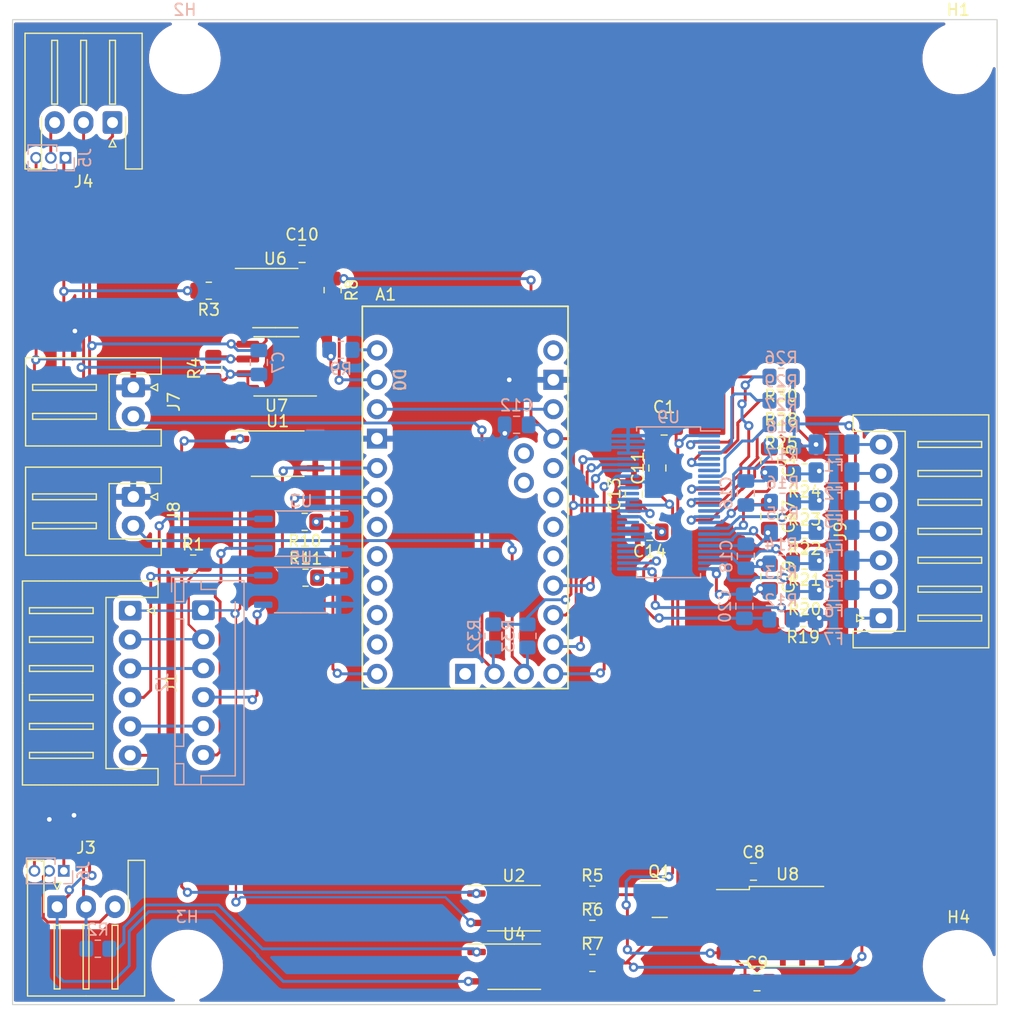
<source format=kicad_pcb>
(kicad_pcb (version 20221018) (generator pcbnew)
  (layers (0 "F.Cu" signal) (31 "B.Cu" signal) (34 "B.Paste" user) (35 "F.Paste" user) (36 "B.SilkS" user "B.Silkscreen") (37 "F.SilkS" user "F.Silkscreen") (38 "B.Mask" user) (39 "F.Mask" user) (44 "Edge.Cuts" user))
  (net 0 "")
  (net 7 "A6")
  (net 8 "A7")
  (net 9 "DRX")
  (net 10 "DTX")
  (net 11 "CHARGEALLOW")
  (net 12 "DISCHARGEALLOW")
  (net 18 "DCHG")
  (net 19 "SS")
  (net 20 "MOSI")
  (net 21 "MISO")
  (net 22 "SCK")
  (net 23 "B0")
  (net 25 "Net-(A1-RESET-PadRST1)")
  (net 26 "5V")
  (net 27 "B5")
  (net 28 "B6")
  (net 29 "B4")
  (net 30 "B3")
  (net 31 "B2")
  (net 32 "B1")
  (net 33 "DIN_VCC")
  (net 34 "DIN_GND")
  (net 35 "POW")
  (net 36 "Net-(U9-VREF1)")
  (net 37 "Net-(U9-VREF2)")
  (net 38 "Net-(U9-C6)")
  (net 39 "Net-(U9-C5)")
  (net 40 "Net-(U9-C4)")
  (net 41 "Net-(U9-C3)")
  (net 42 "Net-(U9-C2)")
  (net 43 "Net-(U9-C1)")
  (net 44 "Net-(U9-C0)")
  (net 45 "Net-(J9-Pin_7)")
  (net 46 "Net-(J9-Pin_6)")
  (net 47 "Net-(J9-Pin_5)")
  (net 48 "Net-(J9-Pin_4)")
  (net 49 "Net-(J9-Pin_3)")
  (net 50 "Net-(J9-Pin_2)")
  (net 51 "Net-(J9-Pin_1)")
  (net 52 "CHGDT-")
  (net 53 "CHGDT+")
  (net 54 "Net-(J1-Pin_3)")
  (net 55 "Net-(J1-Pin_4)")
  (net 56 "Net-(J1-Pin_5)")
  (net 57 "Net-(J1-Pin_6)")
  (net 58 "Net-(J2-Pin_4)")
  (net 59 "Net-(J2-Pin_6)")
  (net 60 "Net-(J3-Pin_3)")
  (net 61 "Net-(J4-Pin_3)")
  (net 62 "DIN")
  (net 63 "DOUT")
  (net 64 "Net-(Q1-B)")
  (net 65 "Net-(R1-Pad1)")
  (net 66 "Net-(R2-Pad1)")
  (net 67 "Net-(U6-A)")
  (net 68 "Net-(R5-Pad1)")
  (net 69 "Net-(R6-Pad1)")
  (net 70 "Net-(U7-A)")
  (net 71 "Net-(R10-Pad1)")
  (net 72 "Net-(R11-Pad2)")
  (net 73 "Net-(U9-S1)")
  (net 74 "Net-(U9-S2)")
  (net 75 "Net-(U9-S3)")
  (net 76 "Net-(U9-S4)")
  (net 77 "Net-(U9-S5)")
  (net 78 "Net-(U9-S6)")
  (net 79 "Net-(U9-C7)")
  (net 80 "Net-(U9-C8)")
  (net 81 "Net-(U9-C9)")
  (net 82 "Net-(U9-C10)")
  (net 83 "Net-(U9-C11)")
  (net 84 "Net-(U9-C12)")
  (footprint "Capacitor_SMD:C_0805_2012Metric_Pad1.18x1.45mm_HandSolder" (layer "F.Cu") (at 77.5462 59.9948 180)
    (fp_text reference "C14")
    (fp_text value "1uF 25V")
  )
  (footprint "Resistor_SMD:R_0805_2012Metric_Pad1.20x1.40mm_HandSolder" (layer "F.Cu") (at 38.0906 62.738)
    (fp_text reference "R1")
    (fp_text value "330")
  )
  (footprint "Resistor_SMD:R_0805_2012Metric_Pad1.20x1.40mm_HandSolder" (layer "F.Cu") (at 72.5932 97.2384)
    (fp_text reference "R7")
    (fp_text value "4.7k")
  )
  (footprint "MountingHole:MountingHole_3.2mm_M3" (layer "F.Cu") (at 104.2162 19.1008)
    (fp_text reference "H1")
    (fp_text value "MountingHole")
  )
  (footprint "Resistor_SMD:R_0805_2012Metric_Pad1.20x1.40mm_HandSolder" (layer "F.Cu") (at 39.8272 45.8724 90)
    (fp_text reference "R4")
    (fp_text value "470")
  )
  (footprint "Pro Mini:Clone_Pro_Mini_Socket_NoSPH" (layer "F.Cu") (at 61.595 57.023)
    (fp_text reference "A1")
    (fp_text value "Clone_Pro_Mini_Socket_NoSPH")
  )
  (footprint "Connector_JST:JST_XH_S6B-XH-A_1x06_P2.50mm_Horizontal" (layer "F.Cu") (at 32.639 66.802 -90)
    (fp_text reference "J1")
    (fp_text value "CHG/DSCHG CTRL")
  )
  (footprint "Package_SO:SOIC-8_3.9x4.9mm_P1.27mm" (layer "F.Cu") (at 45.1866 39.8018)
    (fp_text reference "U6")
    (fp_text value "6N137")
  )
  (footprint "Resistor_SMD:R_0805_2012Metric_Pad1.20x1.40mm_HandSolder" (layer "F.Cu") (at 47.8028 63.9572)
    (fp_text reference "R11")
    (fp_text value "470")
  )
  (footprint "Resistor_SMD:R_0805_2012Metric_Pad1.20x1.40mm_HandSolder" (layer "F.Cu") (at 90.932 54.864 180)
    (fp_text reference "R24")
    (fp_text value "22")
  )
  (footprint "Resistor_SMD:R_0805_2012Metric_Pad1.20x1.40mm_HandSolder" (layer "F.Cu") (at 39.4368 39.1668 180)
    (fp_text reference "R3")
    (fp_text value "470")
  )
  (footprint "MountingHole:MountingHole_3.2mm_M3" (layer "F.Cu") (at 104.2416 97.4852)
    (fp_text reference "H4")
    (fp_text value "MountingHole")
  )
  (footprint "Package_SO:SOIC-4_4.55x3.7mm_P2.54mm" (layer "F.Cu") (at 45.391 53.2384)
    (fp_text reference "U1")
    (fp_text value "TLP185")
  )
  (footprint "Connector_JST:JST_XH_S3B-XH-A-1_1x03_P2.50mm_Horizontal" (layer "F.Cu") (at 31.115 24.638 180)
    (fp_text reference "J4")
    (fp_text value "Data IN/OUT")
  )
  (footprint "Capacitor_SMD:C_0805_2012Metric_Pad1.18x1.45mm_HandSolder" (layer "F.Cu") (at 87.884 53.848 -90)
    (fp_text reference "C15")
    (fp_text value "1uF 25V")
  )
  (footprint "Resistor_SMD:R_0805_2012Metric_Pad1.20x1.40mm_HandSolder" (layer "F.Cu") (at 90.805 67.437 180)
    (fp_text reference "R19")
    (fp_text value "22")
  )
  (footprint "Capacitor_SMD:C_0805_2012Metric_Pad1.18x1.45mm_HandSolder" (layer "F.Cu") (at 87.884 58.674 -90)
    (fp_text reference "C17")
    (fp_text value "1uF 25V")
  )
  (footprint "Capacitor_SMD:C_0805_2012Metric_Pad1.18x1.45mm_HandSolder" (layer "F.Cu") (at 78.2066 54.483 90)
    (fp_text reference "C11")
    (fp_text value "1uF 25V")
  )
  (footprint "Capacitor_SMD:C_0805_2012Metric_Pad1.18x1.45mm_HandSolder" (layer "F.Cu") (at 78.7947 50.9016)
    (fp_text reference "C1")
    (fp_text value "1uF 25V")
  )
  (footprint "Package_TO_SOT_SMD:SOT-23" (layer "F.Cu") (at 78.4098 91.7448)
    (fp_text reference "Q1")
    (fp_text value "MMBT3906")
  )
  (footprint "Capacitor_SMD:C_0805_2012Metric_Pad1.18x1.45mm_HandSolder" (layer "F.Cu") (at 76.1746 56.7436 90)
    (fp_text reference "C13")
    (fp_text value "1uF 25V")
  )
  (footprint "Connector_JST:JST_XH_S2B-XH-A_1x02_P2.50mm_Horizontal" (layer "F.Cu") (at 32.914 47.518 -90)
    (fp_text reference "J7")
    (fp_text value "NTC1")
  )
  (footprint "Capacitor_SMD:C_0805_2012Metric_Pad1.18x1.45mm_HandSolder" (layer "F.Cu") (at 86.8172 98.9076)
    (fp_text reference "C9")
    (fp_text value "1uF 25V")
  )
  (footprint "Package_SO:SOIC-8_3.9x4.9mm_P1.27mm" (layer "F.Cu") (at 45.2882 45.6976 180)
    (fp_text reference "U7")
    (fp_text value "6N137")
  )
  (footprint "Resistor_SMD:R_0805_2012Metric_Pad1.20x1.40mm_HandSolder" (layer "F.Cu") (at 72.5932 94.2884)
    (fp_text reference "R6")
    (fp_text value "4.7k")
  )
  (footprint "Capacitor_SMD:C_0805_2012Metric_Pad1.18x1.45mm_HandSolder" (layer "F.Cu") (at 47.498 35.9918)
    (fp_text reference "C10")
    (fp_text value "1uF 25V")
  )
  (footprint "Resistor_SMD:R_0805_2012Metric_Pad1.20x1.40mm_HandSolder" (layer "F.Cu") (at 88.9 46.609 180)
    (fp_text reference "R30")
    (fp_text value "100")
  )
  (footprint "Resistor_SMD:R_0805_2012Metric_Pad1.20x1.40mm_HandSolder" (layer "F.Cu") (at 50.1396 39.116 -90)
    (fp_text reference "R8")
    (fp_text value "470")
  )
  (footprint "Resistor_SMD:R_0805_2012Metric_Pad1.20x1.40mm_HandSolder" (layer "F.Cu") (at 90.932 57.277 180)
    (fp_text reference "R23")
    (fp_text value "22")
  )
  (footprint "Connector_JST:JST_XH_S2B-XH-A_1x02_P2.50mm_Horizontal" (layer "F.Cu") (at 32.914 56.968 -90)
    (fp_text reference "J8")
    (fp_text value "NTC2")
  )
  (footprint "Capacitor_SMD:C_0805_2012Metric_Pad1.18x1.45mm_HandSolder" (layer "F.Cu") (at 86.5124 89.3572)
    (fp_text reference "C8")
    (fp_text value "1uF 25V")
  )
  (footprint "Resistor_SMD:R_0805_2012Metric_Pad1.20x1.40mm_HandSolder" (layer "F.Cu") (at 90.932 65.024 180)
    (fp_text reference "R20")
    (fp_text value "22")
  )
  (footprint "Package_TO_SOT_SMD:TO-252-2" (layer "F.Cu") (at 89.4674 94.0806)
    (fp_text reference "U8")
    (fp_text value "LM78M05_TO252")
  )
  (footprint "Connector_JST:JST_XH_S7B-XH-A_1x07_P2.50mm_Horizontal" (layer "F.Cu") (at 97.536 67.451 90)
    (fp_text reference "J9")
    (fp_text value "Balance Connector")
  )
  (footprint "Package_SO:SOIC-4_4.55x3.7mm_P2.54mm" (layer "F.Cu") (at 65.8114 92.5068)
    (fp_text reference "U2")
    (fp_text value "TLP185")
  )
  (footprint "Resistor_SMD:R_0805_2012Metric_Pad1.20x1.40mm_HandSolder" (layer "F.Cu") (at 88.9 48.641 180)
    (fp_text reference "R28")
    (fp_text value "100")
  )
  (footprint "Resistor_SMD:R_0805_2012Metric_Pad1.20x1.40mm_HandSolder" (layer "F.Cu") (at 88.9 50.673 180)
    (fp_text reference "R25")
    (fp_text value "100")
  )
  (footprint "Package_SO:SOIC-4_4.55x3.7mm_P2.54mm" (layer "F.Cu") (at 65.8368 97.5614)
    (fp_text reference "U4")
    (fp_text value "TLP185")
  )
  (footprint "Capacitor_SMD:C_0805_2012Metric_Pad1.18x1.45mm_HandSolder" (layer "F.Cu") (at 87.884 63.881 -90)
    (fp_text reference "C19")
    (fp_text value "1uF 25V")
  )
  (footprint "Connector_JST:JST_XH_S3B-XH-A-1_1x03_P2.50mm_Horizontal" (layer "F.Cu") (at 26.329 92.384)
    (fp_text reference "J3")
    (fp_text value "Data IN/OUT")
  )
  (footprint "Resistor_SMD:R_0805_2012Metric_Pad1.20x1.40mm_HandSolder" (layer "F.Cu") (at 72.5932 91.3384)
    (fp_text reference "R5")
    (fp_text value "4.7k")
  )
  (footprint "Resistor_SMD:R_0805_2012Metric_Pad1.20x1.40mm_HandSolder" (layer "F.Cu") (at 90.932 59.817 180)
    (fp_text reference "R22")
    (fp_text value "22")
  )
  (footprint "Resistor_SMD:R_0805_2012Metric_Pad1.20x1.40mm_HandSolder" (layer "F.Cu") (at 47.7266 59.1312 180)
    (fp_text reference "R10")
    (fp_text value "470")
  )
  (footprint "Resistor_SMD:R_0805_2012Metric_Pad1.20x1.40mm_HandSolder" (layer "F.Cu") (at 90.932 62.484 180)
    (fp_text reference "R21")
    (fp_text value "22")
  )
  (footprint "Package_SO:SOIC-4_4.55x3.7mm_P2.54mm" (layer "B.Cu") (at 47.4218 60.1472 180)
    (fp_text reference "U3")
    (fp_text value "TLP185")
  )
  (footprint "Connector_PinHeader_1.27mm:PinHeader_1x03_P1.27mm_Vertical" (layer "B.Cu") (at 26.908 89.281 90)
    (fp_text reference "J6")
    (fp_text value "Port Selector")
  )
  (footprint "Package_SO:SSOP-48_5.3x12.8mm_P0.5mm" (layer "B.Cu") (at 79.177 57.44 180)
    (fp_text reference "U9")
    (fp_text value "LTC6804-1")
  )
  (footprint "Resistor_SMD:R_0805_2012Metric_Pad1.20x1.40mm_HandSolder" (layer "B.Cu") (at 88.9 67.564 180)
    (fp_text reference "R12")
    (fp_text value "100")
  )
  (footprint "Resistor_SMD:R_0805_2012Metric_Pad1.20x1.40mm_HandSolder" (layer "B.Cu") (at 89.027 57.404 180)
    (fp_text reference "R16")
    (fp_text value "100")
  )
  (footprint "Resistor_SMD:R_0805_2012Metric_Pad1.20x1.40mm_HandSolder" (layer "B.Cu") (at 89.027 54.991 180)
    (fp_text reference "R17")
    (fp_text value "100")
  )
  (footprint "Resistor_SMD:R_1206_3216Metric_Pad1.30x1.75mm_HandSolder" (layer "B.Cu") (at 93.472 54.864)
    (fp_text reference "F2")
    (fp_text value "Polyfuse_Small")
  )
  (footprint "Resistor_SMD:R_0805_2012Metric_Pad1.20x1.40mm_HandSolder" (layer "B.Cu") (at 50.8508 44.2722)
    (fp_text reference "R9")
    (fp_text value "470")
  )
  (footprint "Resistor_SMD:R_0805_2012Metric_Pad1.20x1.40mm_HandSolder" (layer "B.Cu") (at 88.9 65.151 180)
    (fp_text reference "R13")
    (fp_text value "100")
  )
  (footprint "Capacitor_SMD:C_0805_2012Metric_Pad1.18x1.45mm_HandSolder" (layer "B.Cu") (at 43.7642 45.3644 90)
    (fp_text reference "C7")
    (fp_text value "1uF 25V")
  )
  (footprint "Resistor_SMD:R_0805_2012Metric_Pad1.20x1.40mm_HandSolder" (layer "B.Cu") (at 66.9798 68.9864 -90)
    (fp_text reference "R33")
    (fp_text value "1k")
  )
  (footprint "Resistor_SMD:R_0805_2012Metric_Pad1.20x1.40mm_HandSolder" (layer "B.Cu") (at 88.9 50.673 180)
    (fp_text reference "R27")
    (fp_text value "100")
  )
  (footprint "Resistor_SMD:R_0805_2012Metric_Pad1.20x1.40mm_HandSolder" (layer "B.Cu") (at 88.9 48.641 180)
    (fp_text reference "R29")
    (fp_text value "100")
  )
  (footprint "MountingHole:MountingHole_3.2mm_M3" (layer "B.Cu") (at 37.5666 97.4598 180)
    (fp_text reference "H3")
    (fp_text value "MountingHole")
  )
  (footprint "Capacitor_SMD:C_0805_2012Metric_Pad1.18x1.45mm_HandSolder" (layer "B.Cu") (at 85.852 62.103 -90)
    (fp_text reference "C18")
    (fp_text value "1uF 25V")
  )
  (footprint "Resistor_SMD:R_1206_3216Metric_Pad1.30x1.75mm_HandSolder" (layer "B.Cu") (at 93.472 59.817)
    (fp_text reference "F4")
    (fp_text value "Polyfuse_Small")
  )
  (footprint "Resistor_SMD:R_0805_2012Metric_Pad1.20x1.40mm_HandSolder" (layer "B.Cu") (at 88.9 62.738 180)
    (fp_text reference "R14")
    (fp_text value "100")
  )
  (footprint "Resistor_SMD:R_0805_2012Metric_Pad1.20x1.40mm_HandSolder" (layer "B.Cu") (at 29.845 96.012 180)
    (fp_text reference "R2")
    (fp_text value "470")
  )
  (footprint "Resistor_SMD:R_1206_3216Metric_Pad1.30x1.75mm_HandSolder" (layer "B.Cu") (at 93.472 52.451)
    (fp_text reference "F1")
    (fp_text value "Polyfuse_Small")
  )
  (footprint "Connector_JST:JST_XH_B6B-XH-AM_1x06_P2.50mm_Vertical" (layer "B.Cu") (at 38.972 66.775 -90)
    (fp_text reference "J2")
    (fp_text value "CHG/DSCHG CTRL CMP (SHORT DATA FOR STANDALONE)")
  )
  (footprint "MountingHole:MountingHole_3.2mm_M3" (layer "B.Cu") (at 37.3634 19.1008 180)
    (fp_text reference "H2")
    (fp_text value "MountingHole")
  )
  (footprint "Capacitor_SMD:C_0805_2012Metric_Pad1.18x1.45mm_HandSolder" (layer "B.Cu") (at 85.725 66.421 -90)
    (fp_text reference "C20")
    (fp_text value "1uF 25V")
  )
  (footprint "Resistor_SMD:R_0805_2012Metric_Pad1.20x1.40mm_HandSolder" (layer "B.Cu") (at 89.027 60.071 180)
    (fp_text reference "R15")
    (fp_text value "100")
  )
  (footprint "Connector_PinHeader_1.27mm:PinHeader_1x03_P1.27mm_Vertical" (layer "B.Cu") (at 27.051 27.686 90)
    (fp_text reference "J5")
    (fp_text value "Port Selector")
  )
  (footprint "Capacitor_SMD:C_0805_2012Metric_Pad1.18x1.45mm_HandSolder" (layer "B.Cu") (at 85.852 56.642 -90)
    (fp_text reference "C16")
    (fp_text value "1uF 25V")
  )
  (footprint "Package_SO:SOIC-4_4.55x3.7mm_P2.54mm" (layer "B.Cu") (at 47.3964 65.024 180)
    (fp_text reference "U5")
    (fp_text value "TLP185")
  )
  (footprint "Resistor_SMD:R_1206_3216Metric_Pad1.30x1.75mm_HandSolder" (layer "B.Cu") (at 93.446 67.437)
    (fp_text reference "F7")
    (fp_text value "Polyfuse_Small")
  )
  (footprint "Resistor_SMD:R_0805_2012Metric_Pad1.20x1.40mm_HandSolder" (layer "B.Cu") (at 88.9 46.609 180)
    (fp_text reference "R26")
    (fp_text value "100")
  )
  (footprint "Resistor_SMD:R_1206_3216Metric_Pad1.30x1.75mm_HandSolder" (layer "B.Cu") (at 93.472 57.277)
    (fp_text reference "F3")
    (fp_text value "Polyfuse_Small")
  )
  (footprint "Resistor_SMD:R_1206_3216Metric_Pad1.30x1.75mm_HandSolder" (layer "B.Cu") (at 93.472 62.484)
    (fp_text reference "F5")
    (fp_text value "Polyfuse_Small")
  )
  (footprint "Resistor_SMD:R_1206_3216Metric_Pad1.30x1.75mm_HandSolder" (layer "B.Cu") (at 93.472 65.024)
    (fp_text reference "F6")
    (fp_text value "Polyfuse_Small")
  )
  (footprint "Resistor_SMD:R_0805_2012Metric_Pad1.20x1.40mm_HandSolder" (layer "B.Cu") (at 64.0298 68.9864 -90)
    (fp_text reference "R32")
    (fp_text value "1k")
  )
  (footprint "Resistor_SMD:R_0805_2012Metric_Pad1.20x1.40mm_HandSolder" (layer "B.Cu") (at 89.027 52.578 180)
    (fp_text reference "R18")
    (fp_text value "100")
  )
  (footprint "Capacitor_SMD:C_0805_2012Metric_Pad1.18x1.45mm_HandSolder" (layer "B.Cu") (at 66.04 50.7492 180)
    (fp_text reference "C12")
    (fp_text value "1uF 25V")
  )
  (gr_rect (start 22.479 15.748) (end 107.569 100.838) (stroke (width 0.1)) (fill none) (layer "Edge.Cuts"))
  (segment (start 63.0428 70.9168) (end 64.135 72.009) (width 0.25) (layer "F.Cu") (net 7))
  (segment (start 64.135 72.009) (end 64.135 72.263) (width 0.25) (layer "F.Cu") (net 7))
  (segment (start 63.0428 51.2064) (end 63.0428 70.9168) (width 0.25) (layer "F.Cu") (net 7))
  (via (at 63.0428 51.2064) (size 0.8) (drill 0.4) (layers "F.Cu" "B.Cu") (net 7))
  (segment (start 33.4876 50.5916) (end 62.428 50.5916) (width 0.25) (layer "B.Cu") (net 7))
  (segment (start 64.0298 72.1578) (end 64.135 72.263) (width 0.25) (layer "B.Cu") (net 7))
  (segment (start 62.428 50.5916) (end 63.0428 51.2064) (width 0.25) (layer "B.Cu") (net 7))
  (segment (start 64.0298 69.9864) (end 64.0298 72.1578) (width 0.25) (layer "B.Cu") (net 7))
  (segment (start 32.914 50.018) (end 33.4876 50.5916) (width 0.25) (layer "B.Cu") (net 7))
  (segment (start 66.675 71.7804) (end 66.675 72.263) (width 0.25) (layer "F.Cu") (net 8))
  (segment (start 65.659 70.7644) (end 66.675 71.7804) (width 0.25) (layer "F.Cu") (net 8))
  (segment (start 65.659 61.5696) (end 65.659 70.7644) (width 0.25) (layer "F.Cu") (net 8))
  (via (at 65.659 61.5696) (size 0.8) (drill 0.4) (layers "F.Cu" "B.Cu") (net 8))
  (segment (start 65.659 61.1632) (end 65.659 61.5696) (width 0.25) (layer "B.Cu") (net 8))
  (segment (start 65.7098 61.1124) (end 65.659 61.1632) (width 0.25) (layer "B.Cu") (net 8))
  (segment (start 66.9798 69.9864) (end 66.9798 71.9582) (width 0.25) (layer "B.Cu") (net 8))
  (segment (start 66.9798 71.9582) (end 66.675 72.263) (width 0.25) (layer "B.Cu") (net 8))
  (segment (start 34.1976 60.7516) (end 65.349 60.7516) (width 0.25) (layer "B.Cu") (net 8))
  (segment (start 65.349 60.7516) (end 65.7098 61.1124) (width 0.25) (layer "B.Cu") (net 8))
  (segment (start 32.914 59.468) (end 34.1976 60.7516) (width 0.25) (layer "B.Cu") (net 8))
  (segment (start 50.7122 40.6886) (end 50.7122 46.8746) (width 0.25) (layer "F.Cu") (net 9))
  (segment (start 50.1396 40.116) (end 50.7122 40.6886) (width 0.25) (layer "F.Cu") (net 9))
  (segment (start 50.7122 46.8746) (end 50.6984 46.8884) (width 0.25) (layer "F.Cu") (net 9))
  (segment (start 47.9824 40.116) (end 47.6616 40.4368) (width 0.25) (layer "F.Cu") (net 9))
  (segment (start 50.1396 40.116) (end 47.9824 40.116) (width 0.25) (layer "F.Cu") (net 9))
  (via (at 50.6984 46.8884) (size 0.8) (drill 0.4) (layers "F.Cu" "B.Cu") (net 9))
  (segment (start 50.7238 46.863) (end 53.975 46.863) (width 0.25) (layer "B.Cu") (net 9))
  (segment (start 50.6984 46.8884) (end 50.7238 46.863) (width 0.25) (layer "B.Cu") (net 9))
  (segment (start 51.8508 44.2722) (end 53.9242 44.2722) (width 0.25) (layer "B.Cu") (net 10))
  (segment (start 53.9242 44.2722) (end 53.975 44.323) (width 0.25) (layer "B.Cu") (net 10))
  (segment (start 45.8016 54.8078) (end 45.8724 54.737) (width 0.25) (layer "F.Cu") (net 11))
  (segment (start 46.8028 63.9572) (end 45.8016 62.956) (width 0.25) (layer "F.Cu") (net 11))
  (segment (start 45.8016 62.956) (end 45.8016 54.8078) (width 0.25) (layer "F.Cu") (net 11))
  (via (at 45.8724 54.737) (size 0.8) (drill 0.4) (layers "F.Cu" "B.Cu") (net 11))
  (segment (start 46.1264 54.483) (end 53.975 54.483) (width 0.25) (layer "B.Cu") (net 11))
  (segment (start 45.8724 54.737) (end 46.1264 54.483) (width 0.25) (layer "B.Cu") (net 11))
  (segment (start 46.7266 57.2356) (end 46.863 57.0992) (width 0.25) (layer "F.Cu") (net 12))
  (segment (start 46.7266 59.1312) (end 46.7266 57.2356) (width 0.25) (layer "F.Cu") (net 12))
  (via (at 46.863 57.0992) (size 0.8) (drill 0.4) (layers "F.Cu" "B.Cu") (net 12))
  (segment (start 46.863 57.0992) (end 46.9392 57.023) (width 0.25) (layer "B.Cu") (net 12))
  (segment (start 46.9392 57.023) (end 53.975 57.023) (width 0.25) (layer "B.Cu") (net 12))
  (segment (start 50.165 52.1462) (end 50.165 71.8312) (width 0.25) (layer "F.Cu") (net 18))
  (segment (start 50.165 71.8312) (end 50.546 72.2122) (width 0.25) (layer "F.Cu") (net 18))
  (segment (start 49.9872 51.9684) (end 50.165 52.1462) (width 0.25) (layer "F.Cu") (net 18))
  (segment (start 48.641 51.9684) (end 49.9872 51.9684) (width 0.25) (layer "F.Cu") (net 18))
  (via (at 50.546 72.2122) (size 0.8) (drill 0.4) (layers "F.Cu" "B.Cu") (net 18))
  (segment (start 50.5968 72.263) (end 53.975 72.263) (width 0.25) (layer "B.Cu") (net 18))
  (segment (start 50.546 72.2122) (end 50.5968 72.263) (width 0.25) (layer "B.Cu") (net 18))
  (segment (start 73.6092 71.8566) (end 73.279 72.1868) (width 0.25) (layer "F.Cu") (net 19))
  (segment (start 73.6092 56.0832) (end 73.6092 71.8566) (width 0.25) (layer "F.Cu") (net 19))
  (via (at 73.279 72.1868) (size 0.8) (drill 0.4) (layers "F.Cu" "B.Cu") (net 19))
  (via (at 73.6092 56.0832) (size 0.8) (drill 0.4) (layers "F.Cu" "B.Cu") (net 19))
  (segment (start 73.2028 72.263) (end 69.215 72.263) (width 0.25) (layer "B.Cu") (net 19))
  (segment (start 73.279 72.1868) (end 73.2028 72.263) (width 0.25) (layer "B.Cu") (net 19))
  (segment (start 74.659236 55.19) (end 73.766036 56.0832) (width 0.25) (layer "B.Cu") (net 19))
  (segment (start 73.766036 56.0832) (end 73.6092 56.0832) (width 0.25) (layer "B.Cu") (net 19))
  (segment (start 75.677 55.19) (end 74.659236 55.19) (width 0.25) (layer "B.Cu") (net 19))
  (segment (start 72.135662 54.829754) (end 72.135662 56.438462) (width 0.25) (layer "F.Cu") (net 20))
  (segment (start 72.136 63.763203) (end 71.637203 64.262) (width 0.25) (layer "F.Cu") (net 20))
  (segment (start 72.501428 54.463987) (end 72.135662 54.829754) (width 0.25) (layer "F.Cu") (net 20))
  (segment (start 72.135662 56.438462) (end 72.136 56.4388) (width 0.25) (layer "F.Cu") (net 20))
  (segment (start 71.637203 69.815397) (end 71.5518 69.9008) (width 0.25) (layer "F.Cu") (net 20))
  (segment (start 71.637203 64.262) (end 71.637203 69.815397) (width 0.25) (layer "F.Cu") (net 20))
  (segment (start 72.136 56.4388) (end 72.136 63.763203) (width 0.25) (layer "F.Cu") (net 20))
  (via (at 72.501428 54.463987) (size 0.8) (drill 0.4) (layers "F.Cu" "B.Cu") (net 20))
  (via (at 71.5518 69.9008) (size 0.8) (drill 0.4) (layers "F.Cu" "B.Cu") (net 20))
  (segment (start 73.010584 54.463987) (end 73.284571 54.19) (width 0.25) (layer "B.Cu") (net 20))
  (segment (start 69.3928 69.9008) (end 69.215 69.723) (width 0.25) (layer "B.Cu") (net 20))
  (segment (start 71.5518 69.9008) (end 69.3928 69.9008) (width 0.25) (layer "B.Cu") (net 20))
  (segment (start 73.284571 54.19) (end 75.677 54.19) (width 0.25) (layer "B.Cu") (net 20))
  (segment (start 72.501428 54.463987) (end 73.010584 54.463987) (width 0.25) (layer "B.Cu") (net 20))
  (segment (start 70.2818 67.183) (end 69.215 67.183) (width 0.25) (layer "F.Cu") (net 21))
  (segment (start 71.6788 53.8734) (end 71.6788 63.5762) (width 0.25) (layer "F.Cu") (net 21))
  (segment (start 71.187203 64.075604) (end 71.187203 66.277597) (width 0.25) (layer "F.Cu") (net 21))
  (segment (start 71.187203 66.277597) (end 70.2818 67.183) (width 0.25) (layer "F.Cu") (net 21))
  (segment (start 71.7804 53.7718) (end 71.6788 53.8734) (width 0.25) (layer "F.Cu") (net 21))
  (segment (start 71.682704 63.580104) (end 71.187203 64.075604) (width 0.25) (layer "F.Cu") (net 21))
  (segment (start 71.6788 63.5762) (end 71.682704 63.580104) (width 0.25) (layer "F.Cu") (net 21))
  (via (at 71.7804 53.7718) (size 0.8) (drill 0.4) (layers "F.Cu" "B.Cu") (net 21))
  (segment (start 71.8622 53.69) (end 75.677 53.69) (width 0.25) (layer "B.Cu") (net 21))
  (segment (start 71.7804 53.7718) (end 71.8622 53.69) (width 0.25) (layer "B.Cu") (net 21))
  (segment (start 72.633499 64.501101) (end 72.4154 64.7192) (width 0.25) (layer "F.Cu") (net 22))
  (segment (start 72.860662 55.396702) (end 72.633499 55.623865) (width 0.25) (layer "F.Cu") (net 22))
  (segment (start 72.633499 55.623865) (end 72.633499 64.501101) (width 0.25) (layer "F.Cu") (net 22))
  (via (at 72.4154 64.7192) (size 0.8) (drill 0.4) (layers "F.Cu" "B.Cu") (net 22))
  (via (at 72.860662 55.396702) (size 0.8) (drill 0.4) (layers "F.Cu" "B.Cu") (net 22))
  (segment (start 72.4154 64.7192) (end 72.3392 64.643) (width 0.25) (layer "B.Cu") (net 22))
  (segment (start 72.860662 55.396702) (end 73.567364 54.69) (width 0.25) (layer "B.Cu") (net 22))
  (segment (start 72.3392 64.643) (end 69.215 64.643) (width 0.25) (layer "B.Cu") (net 22))
  (segment (start 73.567364 54.69) (end 75.677 54.69) (width 0.25) (layer "B.Cu") (net 22))
  (segment (start 45.9964 45.0626) (end 45.7962 45.2628) (width 0.25) (layer "F.Cu") (net 23))
  (segment (start 47.7632 45.0626) (end 45.9964 45.0626) (width 0.25) (layer "F.Cu") (net 23))
  (segment (start 65.405 51.1048) (end 65.405 46.863) (width 0.25) (layer "F.Cu") (net 23))
  (segment (start 65.024 51.4858) (end 65.405 51.1048) (width 0.25) (layer "F.Cu") (net 23))
  (via (at 25.654 84.836) (size 0.8) (drill 0.4) (layers "F.Cu" "B.Cu") (net 23))
  (via (at 27.7876 84.4804) (size 0.8) (drill 0.4) (layers "F.Cu" "B.Cu") (net 23))
  (via (at 65.024 51.4858) (size 0.8) (drill 0.4) (layers "F.Cu" "B.Cu") (net 23))
  (via (at 65.405 46.863) (size 0.8) (drill 0.4) (layers "F.Cu" "B.Cu") (net 23))
  (via (at 92.202 67.437) (size 0.8) (drill 0.4) (layers "F.Cu" "B.Cu") (net 23))
  (via (at 27.8638 42.6466) (size 0.8) (drill 0.4) (layers "F.Cu" "B.Cu") (net 23))
  (segment (start 64.5668 51.943) (end 65.024 51.4858) (width 0.25) (layer "B.Cu") (net 23))
  (segment (start 75.677 60.69) (end 73.8726 60.69) (width 0.25) (layer "B.Cu") (net 23))
  (segment (start 77.5542 60.19) (end 77.6478 60.0964) (width 0.25) (layer "B.Cu") (net 23))
  (segment (start 77.0542 60.69) (end 77.5542 60.19) (width 0.25) (layer "B.Cu") (net 23))
  (segment (start 78.2724 52.69) (end 75.677 52.69) (width 0.25) (layer "B.Cu") (net 23))
  (segment (start 75.677 60.19) (end 74.1934 60.19) (width 0.25) (layer "B.Cu") (net 23))
  (segment (start 74.0076 60.19) (end 73.9394 60.1218) (width 0.25) (layer "B.Cu") (net 23))
  (segment (start 75.677 52.69) (end 75.677 52.5272) (width 0.25) (layer "B.Cu") (net 23))
  (segment (start 78.3336 55.4228) (end 78.3336 52.6288) (width 0.25) (layer "B.Cu") (net 23))
  (segment (start 89.9 67.564) (end 90.043 67.564) (width 0.25) (layer "B.Cu") (net 23))
  (segment (start 78.3336 52.6288) (end 78.2724 52.69) (width 0.25) (layer "B.Cu") (net 23))
  (segment (start 75.677 52.5272) (end 75.677 51.69) (width 0.25) (layer "B.Cu") (net 23))
  (segment (start 73.8726 60.69) (end 73.8378 60.6552) (width 0.25) (layer "B.Cu") (net 23))
  (segment (start 75.677 60.69) (end 77.0542 60.69) (width 0.25) (layer "B.Cu") (net 23))
  (segment (start 75.677 60.19) (end 77.5542 60.19) (width 0.25) (layer "B.Cu") (net 23))
  (segment (start 89.9 67.58) (end 89.916 67.564) (width 0.25) (layer "B.Cu") (net 23))
  (segment (start 90.043 67.564) (end 91.769 67.564) (width 0.25) (layer "B.Cu") (net 23))
  (segment (start 75.677 55.69) (end 78.0664 55.69) (width 0.25) (layer "B.Cu") (net 23))
  (segment (start 92.202 67.437) (end 91.896 67.437) (width 0.25) (layer "B.Cu") (net 23))
  (segment (start 65.405 46.863) (end 69.215 46.863) (width 0.25) (layer "B.Cu") (net 23))
  (segment (start 53.975 51.943) (end 64.5668 51.943) (width 0.25) (layer "B.Cu") (net 23))
  (segment (start 75.677 53.19) (end 75.677 52.5272) (width 0.25) (layer "B.Cu") (net 23))
  (segment (start 91.769 67.564) (end 92.202 67.437) (width 0.25) (layer "B.Cu") (net 23))
  (segment (start 78.0664 55.69) (end 78.3336 55.4228) (width 0.25) (layer "B.Cu") (net 23))
  (segment (start 53.975 49.403) (end 69.215 49.403) (width 0.25) (layer "B.Cu") (net 25))
  (segment (start 78.2066 56.5653) (end 79.2485 57.6072) (width 0.25) (layer "F.Cu") (net 26))
  (segment (start 46.4605 35.9918) (end 46.4605 36.6957) (width 0.25) (layer "F.Cu") (net 26))
  (segment (start 79.1972 89.789) (end 79.523 89.4632) (width 0.25) (layer "F.Cu") (net 26))
  (segment (start 47.6616 39.1668) (end 47.6616 37.8968) (width 0.25) (layer "F.Cu") (net 26))
  (segment (start 51.0954 38.116) (end 51.1048 38.1254) (width 0.25) (layer "F.Cu") (net 26))
  (segment (start 75.6158 92.329) (end 75.5142 92.2274) (width 0.25) (layer "F.Cu") (net 26))
  (segment (start 82.811 96.3606) (end 82.7786 96.393) (width 0.25) (layer "F.Cu") (net 26))
  (segment (start 79.523 89.4632) (end 79.523 84.3788) (width 0.25) (layer "F.Cu") (net 26))
  (segment (start 50.1396 38.116) (end 51.0954 38.116) (width 0.25) (layer "F.Cu") (net 26))
  (segment (start 47.8808 38.116) (end 47.6616 37.8968) (width 0.25) (layer "F.Cu") (net 26))
  (segment (start 67.2846 50.0126) (end 69.215 51.943) (width 0.25) (layer "F.Cu") (net 26))
  (segment (start 70.737203 65.381397) (end 70.737203 57.925897) (width 0.25) (layer "F.Cu") (net 26))
  (segment (start 79.523 57.8817) (end 79.2485 57.6072) (width 0.25) (layer "F.Cu") (net 26))
  (segment (start 70.9543 52.3107) (end 70.5866 51.943) (width 0.25) (layer "F.Cu") (net 26))
  (segment (start 70.5866 51.943) (end 69.215 51.943) (width 0.25) (layer "F.Cu") (net 26))
  (segment (start 46.4605 36.6957) (end 47.6616 37.8968) (width 0.25) (layer "F.Cu") (net 26))
  (segment (start 75.6158 96.0882) (end 75.6158 92.329) (width 0.25) (layer "F.Cu") (net 26))
  (segment (start 85.7797 98.9076) (end 85.7797 97.7129) (width 0.25) (layer "F.Cu") (net 26))
  (segment (start 70.737203 57.925897) (end 70.9543 57.7088) (width 0.25) (layer "F.Cu") (net 26))
  (segment (start 84.4274 96.3606) (end 82.811 96.3606) (width 0.25) (layer "F.Cu") (net 26))
  (segment (start 70.2564 65.8622) (end 70.737203 65.381397) (width 0.25) (layer "F.Cu") (net 26))
  (segment (start 85.7797 97.7129) (end 84.4274 96.3606) (width 0.25) (layer "F.Cu") (net 26))
  (segment (start 78.2066 55.5205) (end 78.2066 56.5653) (width 0.25) (layer "F.Cu") (net 26))
  (segment (start 79.523 84.3788) (end 79.523 57.8817) (width 0.25) (layer "F.Cu") (net 26))
  (segment (start 67.2846 38.2524) (end 67.2846 50.0126) (width 0.25) (layer "F.Cu") (net 26))
  (segment (start 50.1396 38.116) (end 47.8808 38.116) (width 0.25) (layer "F.Cu") (net 26))
  (segment (start 70.9543 57.7088) (end 70.9543 52.3107) (width 0.25) (layer "F.Cu") (net 26))
  (via (at 75.6158 96.0882) (size 0.8) (drill 0.4) (layers "F.Cu" "B.Cu") (net 26))
  (via (at 51.1048 38.1254) (size 0.8) (drill 0.4) (layers "F.Cu" "B.Cu") (net 26))
  (via (at 82.7786 96.393) (size 0.8) (drill 0.4) (layers "F.Cu" "B.Cu") (net 26))
  (via (at 70.9543 57.7088) (size 0.8) (drill 0.4) (layers "F.Cu" "B.Cu") (net 26))
  (via (at 67.2846 38.2524) (size 0.8) (drill 0.4) (layers "F.Cu" "B.Cu") (net 26))
  (via (at 70.2564 65.8622) (size 0.8) (drill 0.4) (layers "F.Cu" "B.Cu") (net 26))
  (via (at 75.5142 92.2274) (size 0.8) (drill 0.4) (layers "F.Cu" "B.Cu") (net 26))
  (via (at 79.1972 89.789) (size 0.8) (drill 0.4) (layers "F.Cu" "B.Cu") (net 26))
  (via (at 79.2485 57.6072) (size 0.8) (drill 0.4) (layers "F.Cu" "B.Cu") (net 26))
  (segment (start 75.9206 89.789) (end 79.1972 89.789) (width 0.25) (layer "B.Cu") (net 26))
  (segment (start 66.9798 67.9864) (end 64.0298 67.9864) (width 0.25) (layer "B.Cu") (net 26))
  (segment (start 75.9206 96.393) (end 75.6158 96.0882) (width 0.25) (layer "B.Cu") (net 26))
  (segment (start 75.5142 90.1954) (end 75.7682 89.9414) (width 0.25) (layer "B.Cu") (net 26))
  (segment (start 66.9798 67.3864) (end 68.504 65.8622) (width 0.25) (layer "B.Cu") (net 26))
  (segment (start 79.2485 57.6072) (end 79.1657 57.69) (width 0.25) (layer "B.Cu") (net 26))
  (segment (start 75.5142 90.805) (end 75.5142 90.1954) (width 0.25) (layer "B.Cu") (net 26))
  (segment (start 68.504 65.8622) (end 70.2564 65.8622) (width 0.25) (layer "B.Cu") (net 26))
  (segment (start 75.5142 92.2274) (end 75.5142 90.805) (width 0.25) (layer "B.Cu") (net 26))
  (segment (start 67.1576 38.1254) (end 67.2846 38.2524) (width 0.25) (layer "B.Cu") (net 26))
  (segment (start 79.1657 57.69) (end 75.677 57.69) (width 0.25) (layer "B.Cu") (net 26))
  (segment (start 68.0212 50.7492) (end 69.215 51.943) (width 0.25) (layer "B.Cu") (net 26))
  (segment (start 75.7682 89.9414) (end 75.9206 89.789) (width 0.25) (layer "B.Cu") (net 26))
  (segment (start 70.9731 57.69) (end 70.9543 57.7088) (width 0.25) (layer "B.Cu") (net 26))
  (segment (start 75.677 57.69) (end 70.9731 57.69) (width 0.25) (layer "B.Cu") (net 26))
  (segment (start 82.7786 96.393) (end 75.9206 96.393) (width 0.25) (layer "B.Cu") (net 26))
  (segment (start 66.9798 67.9864) (end 66.9798 67.3864) (width 0.25) (layer "B.Cu") (net 26))
  (segment (start 67.0775 50.7492) (end 68.0212 50.7492) (width 0.25) (layer "B.Cu") (net 26))
  (segment (start 75.677 57.19) (end 75.677 57.69) (width 0.25) (layer "B.Cu") (net 26))
  (segment (start 51.1048 38.1254) (end 67.1576 38.1254) (width 0.25) (layer "B.Cu") (net 26))
  (via (at 92.202 54.737) (size 0.8) (drill 0.4) (layers "F.Cu" "B.Cu") (net 27))
  (segment (start 90.297 54.991) (end 91.795 54.991) (width 0.25) (layer "B.Cu") (net 27))
  (segment (start 90.17 54.864) (end 90.297 54.991) (width 0.25) (layer "B.Cu") (net 27))
  (segment (start 91.795 54.991) (end 92.202 54.737) (width 0.25) (layer "B.Cu") (net 27))
  (segment (start 92.202 54.737) (end 91.922 54.864) (width 0.25) (layer "B.Cu") (net 27))
  (segment (start 90.027 54.991) (end 90.043 54.991) (width 0.25) (layer "B.Cu") (net 27))
  (segment (start 90.043 54.991) (end 90.17 54.864) (width 0.25) (layer "B.Cu") (net 27))
  (segment (start 74.7268 97.2384) (end 75.490905 97.2384) (width 0.25) (layer "F.Cu") (net 28))
  (segment (start 89.9 46.609) (end 89.9 50.673) (width 0.25) (layer "F.Cu") (net 28))
  (segment (start 74.7268 97.2384) (end 75.7754 97.2384) (width 0.25) (layer "F.Cu") (net 28))
  (segment (start 73.5932 97.2384) (end 74.7268 97.2384) (width 0.25) (layer "F.Cu") (net 28))
  (segment (start 77.4723 95.257005) (end 77.4723 92.6948) (width 0.25) (layer "F.Cu") (net 28))
  (segment (start 75.490905 97.2384) (end 77.4723 95.257005) (width 0.25) (layer "F.Cu") (net 28))
  (segment (start 89.9 50.673) (end 91.678 52.451) (width 0.25) (layer "F.Cu") (net 28))
  (segment (start 95.3262 51.3842) (end 94.7674 50.8254) (width 0.25) (layer "F.Cu") (net 28))
  (segment (start 75.7754 97.2384) (end 76.1492 97.6122) (width 0.25) (layer "F.Cu") (net 28))
  (segment (start 91.678 52.451) (end 91.922 52.451) (width 0.25) (layer "F.Cu") (net 28))
  (segment (start 95.885 96.6724) (end 95.885 69.9262) (width 0.25) (layer "F.Cu") (net 28))
  (segment (start 95.3262 69.3674) (end 95.3262 51.3842) (width 0.25) (layer "F.Cu") (net 28))
  (segment (start 95.885 69.9262) (end 95.3262 69.3674) (width 0.25) (layer "F.Cu") (net 28))
  (via (at 94.7674 50.8254) (size 0.8) (drill 0.4) (layers "F.Cu" "B.Cu") (net 28))
  (via (at 91.922 52.451) (size 0.8) (drill 0.4) (layers "F.Cu" "B.Cu") (net 28))
  (via (at 95.885 96.6724) (size 0.8) (drill 0.4) (layers "F.Cu" "B.Cu") (net 28))
  (via (at 76.1492 97.6122) (size 0.8) (drill 0.4) (layers "F.Cu" "B.Cu") (net 28))
  (segment (start 94.9452 97.6122) (end 95.885 96.6724) (width 0.25) (layer "B.Cu") (net 28))
  (segment (start 90.027 52.578) (end 91.795 52.578) (width 0.25) (layer "B.Cu") (net 28))
  (segment (start 90.027 52.578) (end 90.027 48.768) (width 0.25) (layer "B.Cu") (net 28))
  (segment (start 94.7674 50.8254) (end 94.615 50.673) (width 0.25) (layer "B.Cu") (net 28))
  (segment (start 76.1492 97.6122) (end 94.9452 97.6122) (width 0.25) (layer "B.Cu") (net 28))
  (segment (start 91.795 52.578) (end 91.922 52.451) (width 0.25) (layer "B.Cu") (net 28))
  (segment (start 90.027 48.768) (end 89.9 48.641) (width 0.25) (layer "B.Cu") (net 28))
  (segment (start 89.9 46.609) (end 89.9 48.641) (width 0.25) (layer "B.Cu") (net 28))
  (segment (start 94.615 50.673) (end 89.9 50.673) (width 0.25) (layer "B.Cu") (net 28))
  (via (at 92.202 57.277) (size 0.8) (drill 0.4) (layers "F.Cu" "B.Cu") (net 29))
  (segment (start 92.202 57.277) (end 91.922 57.277) (width 0.25) (layer "B.Cu") (net 29))
  (segment (start 91.795 57.404) (end 92.202 57.277) (width 0.25) (layer "B.Cu") (net 29))
  (segment (start 90.027 57.404) (end 90.043 57.404) (width 0.25) (layer "B.Cu") (net 29))
  (segment (start 90.297 57.404) (end 91.795 57.404) (width 0.25) (layer "B.Cu") (net 29))
  (segment (start 90.043 57.404) (end 90.17 57.277) (width 0.25) (layer "B.Cu") (net 29))
  (segment (start 90.17 57.277) (end 90.297 57.404) (width 0.25) (layer "B.Cu") (net 29))
  (via (at 92.202 59.69) (size 0.8) (drill 0.4) (layers "F.Cu" "B.Cu") (net 30))
  (segment (start 90.17 59.944) (end 90.297 60.071) (width 0.25) (layer "B.Cu") (net 30))
  (segment (start 90.297 60.071) (end 91.668 60.071) (width 0.25) (layer "B.Cu") (net 30))
  (segment (start 91.668 60.071) (end 92.202 59.69) (width 0.25) (layer "B.Cu") (net 30))
  (segment (start 90.043 60.071) (end 90.17 59.944) (width 0.25) (layer "B.Cu") (net 30))
  (segment (start 92.202 59.69) (end 91.922 59.817) (width 0.25) (layer "B.Cu") (net 30))
  (segment (start 90.027 60.071) (end 90.043 60.071) (width 0.25) (layer "B.Cu") (net 30))
  (via (at 92.202 62.484) (size 0.8) (drill 0.4) (layers "F.Cu" "B.Cu") (net 31))
  (segment (start 89.9 62.738) (end 89.916 62.738) (width 0.25) (layer "B.Cu") (net 31))
  (segment (start 90.043 62.611) (end 90.17 62.738) (width 0.25) (layer "B.Cu") (net 31))
  (segment (start 89.916 62.738) (end 90.043 62.611) (width 0.25) (layer "B.Cu") (net 31))
  (segment (start 92.202 62.484) (end 91.922 62.484) (width 0.25) (layer "B.Cu") (net 31))
  (segment (start 91.668 62.738) (end 92.202 62.484) (width 0.25) (layer "B.Cu") (net 31))
  (segment (start 90.17 62.738) (end 91.668 62.738) (width 0.25) (layer "B.Cu") (net 31))
  (via (at 92.202 65.024) (size 0.8) (drill 0.4) (layers "F.Cu" "B.Cu") (net 32))
  (segment (start 90.043 65.151) (end 91.795 65.151) (width 0.25) (layer "B.Cu") (net 32))
  (segment (start 91.795 65.151) (end 92.202 65.024) (width 0.25) (layer "B.Cu") (net 32))
  (segment (start 89.9 65.151) (end 90.043 65.151) (width 0.25) (layer "B.Cu") (net 32))
  (segment (start 92.202 65.024) (end 91.922 65.024) (width 0.25) (layer "B.Cu") (net 32))
  (segment (start 41.3482 46.3326) (end 41.3004 46.3804) (width 0.25) (layer "F.Cu") (net 33))
  (segment (start 28.615 24.638) (end 28.615 92.17) (width 0.25) (layer "F.Cu") (net 33))
  (segment (start 39.8272 46.8724) (end 40.8084 46.8724) (width 0.25) (layer "F.Cu") (net 33))
  (segment (start 28.615 92.17) (end 28.829 92.384) (width 0.25) (layer "F.Cu") (net 33))
  (segment (start 42.8132 46.3326) (end 41.3482 46.3326) (width 0.25) (layer "F.Cu") (net 33))
  (segment (start 42.8132 46.3326) (end 42.8132 47.6026) (width 0.25) (layer "F.Cu") (net 33))
  (segment (start 40.8084 46.8724) (end 41.3004 46.3804) (width 0.25) (layer "F.Cu") (net 33))
  (via (at 28.4093 45.7841) (size 0.8) (drill 0.4) (layers "F.Cu" "B.Cu") (net 33))
  (via (at 41.3004 46.3804) (size 0.8) (drill 0.4) (layers "F.Cu" "B.Cu") (net 33))
  (segment (start 41.3004 46.3804) (end 40.7041 45.7841) (width 0.25) (layer "B.Cu") (net 33))
  (segment (start 43.7642 46.4019) (end 41.3219 46.4019) (width 0.25) (layer "B.Cu") (net 33))
  (segment (start 28.829 95.996) (end 28.845 96.012) (width 0.25) (layer "B.Cu") (net 33))
  (segment (start 41.3219 46.4019) (end 41.3004 46.3804) (width 0.25) (layer "B.Cu") (net 33))
  (segment (start 40.7041 45.7841) (end 28.4093 45.7841) (width 0.25) (layer "B.Cu") (net 33))
  (segment (start 28.829 92.384) (end 28.829 95.996) (width 0.25) (layer "B.Cu") (net 33))
  (segment (start 31.115 25.8318) (end 29.1338 27.813) (width 0.25) (layer "F.Cu") (net 34))
  (segment (start 42.7116 40.4368) (end 44.1198 40.4368) (width 0.25) (layer "F.Cu") (net 34))
  (segment (start 44.3992 43.4848) (end 44.0914 43.7926) (width 0.25) (layer "F.Cu") (net 34))
  (segment (start 29.1338 89.4817) (end 29.3395 89.6874) (width 0.25) (layer "F.Cu") (net 34))
  (segment (start 29.1338 27.813) (end 29.1338 89.4817) (width 0.25) (layer "F.Cu") (net 34))
  (segment (start 44.1198 40.4368) (end 44.3992 40.7162) (width 0.25) (layer "F.Cu") (net 34))
  (segment (start 44.0914 43.7926) (end 42.8132 43.7926) (width 0.25) (layer "F.Cu") (net 34))
  (segment (start 42.8132 43.7926) (end 41.405 43.7926) (width 0.25) (layer "F.Cu") (net 34))
  (segment (start 27.3812 91.3318) (end 26.329 92.384) (width 0.25) (layer "F.Cu") (net 34))
  (segment (start 44.3992 40.7162) (end 44.3992 43.4848) (width 0.25) (layer "F.Cu") (net 34))
  (segment (start 62.5868 98.8314) (end 61.8744 98.8314) (width 0.25) (layer "F.Cu") (net 34))
  (segment (start 31.115 24.638) (end 31.115 25.8318) (width 0.25) (layer "F.Cu") (net 34))
  (segment (start 27.3812 90.932) (end 27.3812 91.3318) (width 0.25) (layer "F.Cu") (net 34))
  (segment (start 41.405 43.7926) (end 41.3766 43.7642) (width 0.25) (layer "F.Cu") (net 34))
  (via (at 29.3395 43.9166) (size 0.8) (drill 0.4) (layers "F.Cu" "B.Cu") (net 34))
  (via (at 27.3812 90.932) (size 0.8) (drill 0.4) (layers "F.Cu" "B.Cu") (net 34))
  (via (at 61.8744 98.8314) (size 0.8) (drill 0.4) (layers "F.Cu" "B.Cu") (net 34))
  (via (at 41.3766 43.7642) (size 0.8) (drill 0.4) (layers "F.Cu" "B.Cu") (net 34))
  (via (at 29.3395 89.6874) (size 0.8) (drill 0.4) (layers "F.Cu" "B.Cu") (net 34))
  (segment (start 26.329 92.384) (end 26.329 98.2872) (width 0.25) (layer "B.Cu") (net 34))
  (segment (start 26.8732 98.8314) (end 31.1912 98.8314) (width 0.25) (layer "B.Cu") (net 34))
  (segment (start 41.9393 44.3269) (end 41.3766 43.7642) (width 0.25) (layer "B.Cu") (net 34))
  (segment (start 29.3395 89.6874) (end 28.6258 89.6874) (width 0.25) (layer "B.Cu") (net 34))
  (segment (start 43.6626 96.5454) (end 43.6626 96.6216) (width 0.25) (layer "B.Cu") (net 34))
  (segment (start 39.9288 92.8116) (end 43.6626 96.5454) (width 0.25) (layer "B.Cu") (net 34))
  (segment (start 32.5556 94.4952) (end 34.2392 92.8116) (width 0.25) (layer "B.Cu") (net 34))
  (segment (start 32.5556 97.467) (end 32.5556 94.4952) (width 0.25) (layer "B.Cu") (net 34))
  (segment (start 41.3766 43.7642) (end 29.4919 43.7642) (width 0.25) (layer "B.Cu") (net 34))
  (segment (start 45.8724 98.8314) (end 61.8744 98.8314) (width 0.25) (layer "B.Cu") (net 34))
  (segment (start 43.7642 44.3269) (end 41.9393 44.3269) (width 0.25) (layer "B.Cu") (net 34))
  (segment (start 29.4919 43.7642) (end 29.3395 43.9166) (width 0.25) (layer "B.Cu") (net 34))
  (segment (start 31.1912 98.8314) (end 32.5556 97.467) (width 0.25) (layer "B.Cu") (net 34))
  (segment (start 34.2392 92.8116) (end 39.9288 92.8116) (width 0.25) (layer "B.Cu") (net 34))
  (segment (start 43.6626 96.6216) (end 45.8724 98.8314) (width 0.25) (layer "B.Cu") (net 34))
  (segment (start 28.6258 89.6874) (end 27.3812 90.932) (width 0.25) (layer "B.Cu") (net 34))
  (segment (start 26.329 98.2872) (end 26.8732 98.8314) (width 0.25) (layer "B.Cu") (net 34))
  (segment (start 79.8322 50.9016) (end 79.8322 52.114812) (width 0.25) (layer "F.Cu") (net 35))
  (segment (start 79.973 91.1191) (end 79.973 52.5642) (width 0.25) (layer "F.Cu") (net 35))
  (segment (start 79.8322 52.114812) (end 80.083411 52.366023) (width 0.25) (layer "F.Cu") (net 35))
  (segment (start 79.3473 91.7448) (end 79.973 91.1191) (width 0.25) (layer "F.Cu") (net 35))
  (segment (start 85.4749 89.3572) (end 85.4749 90.7531) (width 0.25) (layer "F.Cu") (net 35))
  (segment (start 80.1624 52.3748) (end 80.153623 52.366023) (width 0.25) (layer "F.Cu") (net 35))
  (segment (start 85.4749 90.7531) (end 84.4274 91.8006) (width 0.25) (layer "F.Cu") (net 35))
  (segment (start 79.973 52.5642) (end 80.1624 52.3748) (width 0.25) (layer "F.Cu") (net 35))
  (segment (start 84.4274 91.8006) (end 79.4031 91.8006) (width 0.25) (layer "F.Cu") (net 35))
  (segment (start 79.4031 91.8006) (end 79.3473 91.7448) (width 0.25) (layer "F.Cu") (net 35))
  (segment (start 80.153623 52.366023) (end 80.083411 52.366023) (width 0.25) (layer "F.Cu") (net 35))
  (via (at 80.083411 52.366023) (size 0.8) (drill 0.4) (layers "F.Cu" "B.Cu") (net 35))
  (segment (start 80.083411 52.366023) (end 80.759434 51.69) (width 0.25) (layer "B.Cu") (net 35))
  (segment (start 80.759434 51.69) (end 82.677 51.69) (width 0.25) (layer "B.Cu") (net 35))
  (segment (start 76.9382 57.7811) (end 76.1746 57.7811) (width 0.25) (layer "F.Cu") (net 36))
  (segment (start 77.5716 58.4145) (end 76.9382 57.7811) (width 0.25) (layer "F.Cu") (net 36))
  (via (at 77.5716 58.4145) (size 0.8) (drill 0.4) (layers "F.Cu" "B.Cu") (net 36))
  (segment (start 77.3471 58.19) (end 75.677 58.19) (width 0.25) (layer "B.Cu") (net 36))
  (segment (start 77.5716 58.4145) (end 77.3471 58.19) (width 0.25) (layer "B.Cu") (net 36))
  (via (at 78.5837 59.9948) (size 0.8) (drill 0.4) (layers "F.Cu" "B.Cu") (net 37))
  (segment (start 76.694764 58.69) (end 77.651164 59.6464) (width 0.25) (layer "B.Cu") (net 37))
  (segment (start 75.677 58.69) (end 76.694764 58.69) (width 0.25) (layer "B.Cu") (net 37))
  (segment (start 77.651164 59.6464) (end 78.2353 59.6464) (width 0.25) (layer "B.Cu") (net 37))
  (segment (start 78.2353 59.6464) (end 78.5837 59.9948) (width 0.25) (layer "B.Cu") (net 37))
  (via (at 87.757 52.324) (size 0.8) (drill 0.4) (layers "F.Cu" "B.Cu") (net 38))
  (segment (start 82.677 58.19) (end 83.694764 58.19) (width 0.25) (layer "B.Cu") (net 38))
  (segment (start 85.320153 54.503747) (end 86.837948 54.503747) (width 0.25) (layer "B.Cu") (net 38))
  (segment (start 84.802 55.0219) (end 85.320153 54.503747) (width 0.25) (layer "B.Cu") (net 38))
  (segment (start 88.027 53.314695) (end 88.027 52.578) (width 0.25) (layer "B.Cu") (net 38))
  (segment (start 86.837948 54.503747) (end 88.027 53.314695) (width 0.25) (layer "B.Cu") (net 38))
  (segment (start 84.802 57.082764) (end 84.802 55.0219) (width 0.25) (layer "B.Cu") (net 38))
  (segment (start 83.694764 58.19) (end 84.802 57.082764) (width 0.25) (layer "B.Cu") (net 38))
  (segment (start 86.473989 56.515) (end 84.592032 58.396957) (width 0.25) (layer "F.Cu") (net 39))
  (segment (start 87.884 56.3118) (end 87.6808 56.515) (width 0.25) (layer "F.Cu") (net 39))
  (segment (start 87.6808 56.515) (end 86.473989 56.515) (width 0.25) (layer "F.Cu") (net 39))
  (segment (start 87.884 54.8855) (end 87.884 56.3118) (width 0.25) (layer "F.Cu") (net 39))
  (via (at 84.592032 58.396957) (size 0.8) (drill 0.4) (layers "F.Cu" "B.Cu") (net 39))
  (via (at 87.503 54.864) (size 0.8) (drill 0.4) (layers "F.Cu" "B.Cu") (net 39))
  (segment (start 84.592032 58.396957) (end 83.798989 59.19) (width 0.25) (layer "B.Cu") (net 39))
  (segment (start 85.852 55.6045) (end 87.4135 55.6045) (width 0.25) (layer "B.Cu") (net 39))
  (segment (start 87.503 54.864) (end 88.027 54.991) (width 0.25) (layer "B.Cu") (net 39))
  (segment (start 83.798989 59.19) (end 82.677 59.19) (width 0.25) (layer "B.Cu") (net 39))
  (segment (start 87.4135 55.6045) (end 87.503 54.864) (width 0.25) (layer "B.Cu") (net 39))
  (segment (start 85.6488 59.4106) (end 85.6488 58.0898) (width 0.25) (layer "F.Cu") (net 40))
  (segment (start 85.6488 58.0898) (end 86.1021 57.6365) (width 0.25) (layer "F.Cu") (net 40))
  (segment (start 86.1021 57.6365) (end 87.884 57.6365) (width 0.25) (layer "F.Cu") (net 40))
  (via (at 87.884 57.277) (size 0.8) (drill 0.4) (layers "F.Cu" "B.Cu") (net 40))
  (via (at 85.6488 59.4106) (size 0.8) (drill 0.4) (layers "F.Cu" "B.Cu") (net 40))
  (segment (start 85.852 57.6795) (end 87.4815 57.6795) (width 0.25) (layer "B.Cu") (net 40))
  (segment (start 87.4815 57.6795) (end 87.884 57.277) (width 0.25) (layer "B.Cu") (net 40))
  (segment (start 85.795929 59.600126) (end 85.6488 59.4106) (width 0.25) (layer "B.Cu") (net 40))
  (segment (start 85.795929 59.69) (end 84.958504 59.69) (width 0.25) (layer "B.Cu") (net 40))
  (segment (start 84.958504 59.69) (end 84.458504 60.19) (width 0.25) (layer "B.Cu") (net 40))
  (segment (start 84.458504 60.19) (end 82.677 60.19) (width 0.25) (layer "B.Cu") (net 40))
  (segment (start 85.6488 59.4106) (end 85.795929 59.69) (width 0.25) (layer "B.Cu") (net 40))
  (via (at 87.757 60.071) (size 0.8) (drill 0.4) (layers "F.Cu" "B.Cu") (net 41))
  (segment (start 85.7275 61.19) (end 85.852 61.0655) (width 0.25) (layer "B.Cu") (net 41))
  (segment (start 82.677 61.19) (end 85.7275 61.19) (width 0.25) (layer "B.Cu") (net 41))
  (segment (start 87.757 60.341) (end 87.757 60.071) (width 0.25) (layer "B.Cu") (net 41))
  (segment (start 87.757 60.071) (end 88.027 60.071) (width 0.25) (layer "B.Cu") (net 41))
  (segment (start 88.027 60.071) (end 88.027 60.071) (width 0.25) (layer "B.Cu") (net 41))
  (segment (start 85.725 61.1925) (end 86.9055 61.1925) (width 0.25) (layer "B.Cu") (net 41))
  (segment (start 86.9055 61.1925) (end 87.757 60.341) (width 0.25) (layer "B.Cu") (net 41))
  (via (at 87.122 62.738) (size 0.8) (drill 0.4) (layers "F.Cu" "B.Cu") (net 42))
  (segment (start 85.725 63.2675) (end 84.6475 62.19) (width 0.25) (layer "B.Cu") (net 42))
  (segment (start 86.868 62.992) (end 87.122 62.738) (width 0.25) (layer "B.Cu") (net 42))
  (segment (start 86.614 62.992) (end 86.868 62.992) (width 0.25) (layer "B.Cu") (net 42))
  (segment (start 84.6475 62.19) (end 82.677 62.19) (width 0.25) (layer "B.Cu") (net 42))
  (segment (start 86.106 63.246) (end 86.614 62.992) (width 0.25) (layer "B.Cu") (net 42))
  (segment (start 87.122 62.738) (end 87.9 62.738) (width 0.25) (layer "B.Cu") (net 42))
  (segment (start 83.312 65.151) (end 83.312 63.627) (width 0.25) (layer "F.Cu") (net 43))
  (segment (start 83.312 63.373) (end 83.312 63.627) (width 0.25) (layer "F.Cu") (net 43))
  (segment (start 83.566 65.405) (end 83.312 65.151) (width 0.25) (layer "F.Cu") (net 43))
  (via (at 87.122 64.897) (size 0.8) (drill 0.4) (layers "F.Cu" "B.Cu") (net 43))
  (via (at 83.312 63.627) (size 0.8) (drill 0.4) (layers "F.Cu" "B.Cu") (net 43))
  (via (at 83.566 65.405) (size 0.8) (drill 0.4) (layers "F.Cu" "B.Cu") (net 43))
  (segment (start 85.725 65.3835) (end 86.0005 65.3835) (width 0.25) (layer "B.Cu") (net 43))
  (segment (start 87.6085 65.3835) (end 87.6675 65.3835) (width 0.25) (layer "B.Cu") (net 43))
  (segment (start 86.6355 65.3835) (end 87.122 64.897) (width 0.25) (layer "B.Cu") (net 43))
  (segment (start 82.875 63.19) (end 83.312 63.627) (width 0.25) (layer "B.Cu") (net 43))
  (segment (start 87.122 64.897) (end 87.6085 65.3835) (width 0.25) (layer "B.Cu") (net 43))
  (segment (start 86.2115 65.3835) (end 86.6355 65.3835) (width 0.25) (layer "B.Cu") (net 43))
  (segment (start 86.0005 65.3835) (end 86.106 65.278) (width 0.25) (layer "B.Cu") (net 43))
  (segment (start 87.6675 65.3835) (end 87.9 65.151) (width 0.25) (layer "B.Cu") (net 43))
  (segment (start 82.677 63.19) (end 82.875 63.19) (width 0.25) (layer "B.Cu") (net 43))
  (segment (start 83.5875 65.3835) (end 83.566 65.405) (width 0.25) (layer "B.Cu") (net 43))
  (segment (start 86.106 65.278) (end 86.2115 65.3835) (width 0.25) (layer "B.Cu") (net 43))
  (segment (start 85.725 65.3835) (end 83.5875 65.3835) (width 0.25) (layer "B.Cu") (net 43))
  (segment (start 77.0244 63.148895) (end 77.0244 66.5342) (width 0.25) (layer "F.Cu") (net 44))
  (segment (start 77.0244 66.5342) (end 77.9272 67.437) (width 0.25) (layer "F.Cu") (net 44))
  (segment (start 78.121785 62.521657) (end 77.651638 62.521657) (width 0.25) (layer "F.Cu") (net 44))
  (segment (start 77.651638 62.521657) (end 77.0244 63.148895) (width 0.25) (layer "F.Cu") (net 44))
  (segment (start 77.9272 67.437) (end 78.359 67.437) (width 0.25) (layer "F.Cu") (net 44))
  (via (at 78.359 67.437) (size 0.8) (drill 0.4) (layers "F.Cu" "B.Cu") (net 44))
  (via (at 78.121785 62.521657) (size 0.8) (drill 0.4) (layers "F.Cu" "B.Cu") (net 44))
  (segment (start 87.7945 67.4585) (end 87.9 67.564) (width 0.25) (layer "B.Cu") (net 44))
  (segment (start 78.3805 67.4585) (end 85.725 67.4585) (width 0.25) (layer "B.Cu") (net 44))
  (segment (start 78.359 67.437) (end 78.3805 67.4585) (width 0.25) (layer "B.Cu") (net 44))
  (segment (start 78.121785 62.521657) (end 77.953442 62.69) (width 0.25) (layer "B.Cu") (net 44))
  (segment (start 77.953442 62.69) (end 75.677 62.69) (width 0.25) (layer "B.Cu") (net 44))
  (segment (start 85.725 67.4585) (end 87.7945 67.4585) (width 0.25) (layer "B.Cu") (net 44))
  (segment (start 97.536 52.451) (end 95.022 52.451) (width 0.25) (layer "B.Cu") (net 45))
  (segment (start 97.536 54.951) (end 95.109 54.951) (width 0.25) (layer "B.Cu") (net 46))
  (segment (start 95.109 54.951) (end 95.022 54.864) (width 0.25) (layer "B.Cu") (net 46))
  (segment (start 95.196 57.451) (end 95.022 57.277) (width 0.25) (layer "B.Cu") (net 47))
  (segment (start 97.536 57.451) (end 95.196 57.451) (width 0.25) (layer "B.Cu") (net 47))
  (segment (start 97.536 59.951) (end 95.156 59.951) (width 0.25) (layer "B.Cu") (net 48))
  (segment (start 95.156 59.951) (end 95.022 59.817) (width 0.25) (layer "B.Cu") (net 48))
  (segment (start 95.055 62.451) (end 95.022 62.484) (width 0.25) (layer "B.Cu") (net 49))
  (segment (start 97.536 62.451) (end 95.055 62.451) (width 0.25) (layer "B.Cu") (net 49))
  (segment (start 97.536 64.951) (end 95.095 64.951) (width 0.25) (layer "B.Cu") (net 50))
  (segment (start 95.095 64.951) (end 95.022 65.024) (width 0.25) (layer "B.Cu") (net 50))
  (segment (start 95.01 67.451) (end 94.996 67.437) (width 0.25) (layer "B.Cu") (net 51))
  (segment (start 97.536 67.451) (end 95.01 67.451) (width 0.25) (layer "B.Cu") (net 51))
  (segment (start 41.783 91.9734) (end 41.783 67.1322) (width 0.2) (layer "F.Cu") (net 52))
  (segment (start 42.141 54.5084) (end 42.141 66.6218) (width 0.2) (layer "F.Cu") (net 52))
  (segment (start 41.783 67.1322) (end 41.7068 67.056) (width 0.2) (layer "F.Cu") (net 52))
  (segment (start 62.5614 93.7768) (end 62.103 93.7768) (width 0.2) (layer "F.Cu") (net 52))
  (segment (start 32.666 66.775) (end 32.639 66.802) (width 0.2) (layer "F.Cu") (net 52))
  (segment (start 42.141 66.6218) (end 41.7068 67.056) (width 0.2) (layer "F.Cu") (net 52))
  (segment (start 62.103 93.7768) (end 62.0776 93.7514) (width 0.2) (layer "F.Cu") (net 52))
  (via (at 62.0776 93.7514) (size 0.8) (drill 0.4) (layers "F.Cu" "B.Cu") (net 52))
  (via (at 41.7068 67.056) (size 0.8) (drill 0.4) (layers "F.Cu" "B.Cu") (net 52))
  (via (at 41.783 91.9734) (size 0.8) (drill 0.4) (layers "F.Cu" "B.Cu") (net 52))
  (segment (start 41.7068 67.056) (end 41.4258 66.775) (width 0.2) (layer "B.Cu") (net 52))
  (segment (start 32.639 66.802) (end 38.945 66.802) (width 0.2) (layer "B.Cu") (net 52))
  (segment (start 41.4258 66.775) (end 38.972 66.775) (width 0.2) (layer "B.Cu") (net 52))
  (segment (start 59.8864 91.5602) (end 42.1962 91.5602) (width 0.2) (layer "B.Cu") (net 52))
  (segment (start 62.0776 93.7514) (end 59.8864 91.5602) (width 0.2) (layer "B.Cu") (net 52))
  (segment (start 38.945 66.802) (end 38.972 66.775) (width 0.2) (layer "B.Cu") (net 52))
  (segment (start 42.1962 91.5602) (end 41.783 91.9734) (width 0.2) (layer "B.Cu") (net 52))
  (segment (start 37.697 68) (end 38.972 69.275) (width 0.2) (layer "F.Cu") (net 53))
  (segment (start 39.0906 62.738) (end 37.697 64.1316) (width 0.2) (layer "F.Cu") (net 53))
  (segment (start 38.945 69.302) (end 38.972 69.275) (width 0.2) (layer "F.Cu") (net 53))
  (segment (start 37.697 64.1316) (end 37.697 68) (width 0.2) (layer "F.Cu") (net 53))
  (segment (start 32.666 69.275) (end 32.639 69.302) (width 0.2) (layer "B.Cu") (net 53))
  (segment (start 38.972 69.275) (end 32.666 69.275) (width 0.2) (layer "B.Cu") (net 53))
  (segment (start 32.666 71.775) (end 32.639 71.802) (width 0.25) (layer "F.Cu") (net 54))
  (segment (start 32.639 71.802) (end 38.945 71.802) (width 0.25) (layer "B.Cu") (net 54))
  (segment (start 38.945 71.802) (end 38.972 71.775) (width 0.25) (layer "B.Cu") (net 54))
  (segment (start 34.417 73.6854) (end 33.8004 74.302) (width 0.25) (layer "F.Cu") (net 55))
  (segment (start 34.417 63.8556) (end 34.417 73.6854) (width 0.25) (layer "F.Cu") (net 55))
  (segment (start 33.8004 74.302) (end 32.639 74.302) (width 0.25) (layer "F.Cu") (net 55))
  (via (at 34.417 63.8556) (size 0.8) (drill 0.4) (layers "F.Cu" "B.Cu") (net 55))
  (segment (start 44.1464 63.754) (end 34.5186 63.754) (width 0.25) (layer "B.Cu") (net 55))
  (segment (start 34.5186 63.754) (end 34.417 63.8556) (width 0.25) (layer "B.Cu") (net 55))
  (segment (start 38.945 76.802) (end 38.972 76.775) (width 0.25) (layer "F.Cu") (net 56))
  (segment (start 32.666 76.775) (end 32.639 76.802) (width 0.25) (layer "B.Cu") (net 56))
  (segment (start 38.972 76.775) (end 32.666 76.775) (width 0.25) (layer "B.Cu") (net 56))
  (segment (start 35.1536 59.4868) (end 35.1536 78.7654) (width 0.25) (layer "F.Cu") (net 57))
  (segment (start 35.1536 78.7654) (end 34.617 79.302) (width 0.25) (layer "F.Cu") (net 57))
  (segment (start 34.617 79.302) (end 32.639 79.302) (width 0.25) (layer "F.Cu") (net 57))
  (via (at 35.1536 59.4868) (size 0.8) (drill 0.4) (layers "F.Cu" "B.Cu") (net 57))
  (segment (start 35.7632 58.8772) (end 35.1536 59.4868) (width 0.25) (layer "B.Cu") (net 57))
  (segment (start 44.1718 58.8772) (end 35.7632 58.8772) (width 0.25) (layer "B.Cu") (net 57))
  (segment (start 43.6118 67.1322) (end 43.6118 74.0918) (width 0.25) (layer "F.Cu") (net 58))
  (segment (start 43.6118 74.0918) (end 43.2054 74.4982) (width 0.25) (layer "F.Cu") (net 58))
  (via (at 43.6118 67.1322) (size 0.8) (drill 0.4) (layers "F.Cu" "B.Cu") (net 58))
  (via (at 43.2054 74.4982) (size 0.8) (drill 0.4) (layers "F.Cu" "B.Cu") (net 58))
  (segment (start 43.2054 74.4982) (end 42.9822 74.275) (width 0.25) (layer "B.Cu") (net 58))
  (segment (start 42.9822 74.275) (end 38.972 74.275) (width 0.25) (layer "B.Cu") (net 58))
  (segment (start 44.1464 66.5976) (end 43.6118 67.1322) (width 0.25) (layer "B.Cu") (net 58))
  (segment (start 44.1464 66.294) (end 44.1464 66.5976) (width 0.25) (layer "B.Cu") (net 58))
  (segment (start 40.4114 66.04) (end 40.4114 78.994) (width 0.25) (layer "F.Cu") (net 59))
  (segment (start 40.4876 64.280542) (end 39.997 64.771142) (width 0.25) (layer "F.Cu") (net 59))
  (segment (start 39.997 64.771142) (end 39.997 65.6256) (width 0.25) (layer "F.Cu") (net 59))
  (segment (start 40.4114 78.994) (end 40.1304 79.275) (width 0.25) (layer "F.Cu") (net 59))
  (segment (start 40.1304 79.275) (end 38.972 79.275) (width 0.25) (layer "F.Cu") (net 59))
  (segment (start 40.4876 61.8744) (end 40.4876 64.280542) (width 0.25) (layer "F.Cu") (net 59))
  (segment (start 39.997 65.6256) (end 40.4114 66.04) (width 0.25) (layer "F.Cu") (net 59))
  (via (at 40.4876 61.8744) (size 0.8) (drill 0.4) (layers "F.Cu" "B.Cu") (net 59))
  (segment (start 44.1718 61.4172) (end 40.9448 61.4172) (width 0.25) (layer "B.Cu") (net 59))
  (segment (start 40.9448 61.4172) (end 40.4876 61.8744) (width 0.25) (layer "B.Cu") (net 59))
  (segment (start 25.138001 93.338101) (end 25.5005 93.7006) (width 0.25) (layer "F.Cu") (net 60))
  (segment (start 25.5005 93.7006) (end 30.0124 93.7006) (width 0.25) (layer "F.Cu") (net 60))
  (segment (start 25.138001 89.780999) (end 25.138001 93.338101) (width 0.25) (layer "F.Cu") (net 60))
  (segment (start 30.0124 93.7006) (end 31.329 92.384) (width 0.25) (layer "F.Cu") (net 60))
  (segment (start 25.638 89.281) (end 25.138001 89.780999) (width 0.25) (layer "F.Cu") (net 60))
  (segment (start 25.781 27.686) (end 25.781 24.972) (width 0.25) (layer "F.Cu") (net 61))
  (segment (start 25.781 24.972) (end 26.115 24.638) (width 0.25) (layer "F.Cu") (net 61))
  (segment (start 26.908 27.829) (end 27.051 27.686) (width 0.25) (layer "F.Cu") (net 62))
  (segment (start 26.908 89.281) (end 26.908 39.2176) (width 0.25) (layer "F.Cu") (net 62))
  (segment (start 38.4368 39.1668) (end 37.592 39.1668) (width 0.25) (layer "F.Cu") (net 62))
  (segment (start 26.908 39.2176) (end 26.908 27.829) (width 0.25) (layer "F.Cu") (net 62))
  (via (at 37.592 39.1668) (size 0.8) (drill 0.4) (layers "F.Cu" "B.Cu") (net 62))
  (via (at 26.908 39.2176) (size 0.8) (drill 0.4) (layers "F.Cu" "B.Cu") (net 62))
  (segment (start 37.592 39.1668) (end 26.9588 39.1668) (width 0.25) (layer "B.Cu") (net 62))
  (segment (start 26.9588 39.1668) (end 26.908 39.2176) (width 0.25) (layer "B.Cu") (net 62))
  (segment (start 41.1386 44.8724) (end 41.3258 45.0596) (width 0.25) (layer "F.Cu") (net 63))
  (segment (start 24.4856 45.1358) (end 24.511 45.1104) (width 0.25) (layer "F.Cu") (net 63))
  (segment (start 24.511 45.1104) (end 24.511 27.686) (width 0.25) (layer "F.Cu") (net 63))
  (segment (start 42.8132 45.0626) (end 41.3288 45.0626) (width 0.25) (layer "F.Cu") (net 63))
  (segment (start 24.368 45.2534) (end 24.368 89.281) (width 0.25) (layer "F.Cu") (net 63))
  (segment (start 39.8272 44.8724) (end 41.1386 44.8724) (width 0.25) (layer "F.Cu") (net 63))
  (segment (start 24.4856 45.1358) (end 24.368 45.2534) (width 0.25) (layer "F.Cu") (net 63))
  (segment (start 41.3288 45.0626) (end 41.3258 45.0596) (width 0.25) (layer "F.Cu") (net 63))
  (via (at 24.4856 45.1358) (size 0.8) (drill 0.4) (layers "F.Cu" "B.Cu") (net 63))
  (via (at 41.3258 45.0596) (size 0.8) (drill 0.4) (layers "F.Cu" "B.Cu") (net 63))
  (segment (start 24.5618 45.0596) (end 24.4856 45.1358) (width 0.25) (layer "B.Cu") (net 63))
  (segment (start 41.3258 45.0596) (end 24.5618 45.0596) (width 0.25) (layer "B.Cu") (net 63))
  (segment (start 76.9287 91.3384) (end 77.4723 90.7948) (width 0.25) (layer "F.Cu") (net 64))
  (segment (start 73.5932 94.2884) (end 73.5932 91.3384) (width 0.25) (layer "F.Cu") (net 64))
  (segment (start 73.5932 91.3384) (end 76.9287 91.3384) (width 0.25) (layer "F.Cu") (net 64))
  (segment (start 71.5932 97.2384) (end 71.5932 96.2884) (width 0.25) (layer "F.Cu") (net 64))
  (segment (start 71.5932 96.2884) (end 73.5932 94.2884) (width 0.25) (layer "F.Cu") (net 64))
  (segment (start 37.0906 62.738) (end 37.0906 90.6338) (width 0.25) (layer "F.Cu") (net 65))
  (segment (start 37.0906 62.738) (end 37.0906 52.3682) (width 0.25) (layer "F.Cu") (net 65))
  (segment (start 37.0906 90.6338) (end 37.592 91.1352) (width 0.25) (layer "F.Cu") (net 65))
  (segment (start 37.0906 52.3682) (end 37.3126 52.1462) (width 0.25) (layer "F.Cu") (net 65))
  (via (at 37.592 91.1352) (size 0.8) (drill 0.4) (layers "F.Cu" "B.Cu") (net 65))
  (via (at 42.141 51.9684) (size 0.8) (drill 0.4) (layers "F.Cu" "B.Cu") (net 65))
  (via (at 62.5614 91.2368) (size 0.8) (drill 0.4) (layers "F.Cu" "B.Cu") (net 65))
  (via (at 37.3126 52.1462) (size 0.8) (drill 0.4) (layers "F.Cu" "B.Cu") (net 65))
  (segment (start 62.4598 91.1352) (end 62.5614 91.2368) (width 0.25) (layer "B.Cu") (net 65))
  (segment (start 37.592 91.1352) (end 62.4598 91.1352) (width 0.25) (layer "B.Cu") (net 65))
  (segment (start 41.9632 52.1462) (end 42.141 51.9684) (width 0.25) (layer "B.Cu") (net 65))
  (segment (start 37.3126 52.1462) (end 41.9632 52.1462) (width 0.25) (layer "B.Cu") (net 65))
  (via (at 62.5868 96.2914) (size 0.8) (drill 0.4) (layers "F.Cu" "B.Cu") (net 66))
  (segment (start 32.1056 95.4786) (end 32.1056 94.1324) (width 0.25) (layer "B.Cu") (net 66))
  (segment (start 62.3074 96.012) (end 62.5868 96.2914) (width 0.25) (layer "B.Cu") (net 66))
  (segment (start 40.2844 92.2274) (end 44.069 96.012) (width 0.25) (layer "B.Cu") (net 66))
  (segment (start 32.1056 94.1324) (end 34.0106 92.2274) (width 0.25) (layer "B.Cu") (net 66))
  (segment (start 30.845 96.012) (end 31.5722 96.012) (width 0.25) (layer "B.Cu") (net 66))
  (segment (start 44.069 96.012) (end 62.3074 96.012) (width 0.25) (layer "B.Cu") (net 66))
  (segment (start 34.0106 92.2274) (end 40.2844 92.2274) (width 0.25) (layer "B.Cu") (net 66))
  (segment (start 31.5722 96.012) (end 32.1056 95.4786) (width 0.25) (layer "B.Cu") (net 66))
  (segment (start 40.4368 39.1668) (end 42.7116 39.1668) (width 0.25) (layer "F.Cu") (net 67))
  (segment (start 71.4916 91.2368) (end 71.5932 91.3384) (width 0.25) (layer "F.Cu") (net 68))
  (segment (start 69.0614 91.2368) (end 71.4916 91.2368) (width 0.25) (layer "F.Cu") (net 68))
  (segment (start 69.0868 96.2914) (end 71.0898 94.2884) (width 0.25) (layer "F.Cu") (net 69))
  (segment (start 71.0898 94.2884) (end 71.5932 94.2884) (width 0.25) (layer "F.Cu") (net 69))
  (segment (start 49.9872 44.831) (end 49.9872 45.9994) (width 0.25) (layer "F.Cu") (net 70))
  (segment (start 49.654 46.3326) (end 49.9872 45.9994) (width 0.25) (layer "F.Cu") (net 70))
  (segment (start 47.7632 46.3326) (end 49.654 46.3326) (width 0.25) (layer "F.Cu") (net 70))
  (via (at 49.9872 44.831) (size 0.8) (drill 0.4) (layers "F.Cu" "B.Cu") (net 70))
  (segment (start 49.8508 44.2722) (end 49.8508 44.6946) (width 0.25) (layer "B.Cu") (net 70))
  (segment (start 49.8508 44.6946) (end 49.9872 44.831) (width 0.25) (layer "B.Cu") (net 70))
  (via (at 48.7266 59.1312) (size 0.8) (drill 0.4) (layers "F.Cu" "B.Cu") (net 71))
  (segment (start 50.6718 58.8772) (end 48.9806 58.8772) (width 0.25) (layer "B.Cu") (net 71))
  (segment (start 48.9806 58.8772) (end 48.7266 59.1312) (width 0.25) (layer "B.Cu") (net 71))
  (via (at 48.8028 63.9572) (size 0.8) (drill 0.4) (layers "F.Cu" "B.Cu") (net 72))
  (segment (start 49.006 63.754) (end 48.8028 63.9572) (width 0.25) (layer "B.Cu") (net 72))
  (segment (start 50.6464 63.754) (end 49.006 63.754) (width 0.25) (layer "B.Cu") (net 72))
  (segment (start 78.0288 66.3448) (end 78.0288 63.7286) (width 0.25) (layer "F.Cu") (net 73))
  (segment (start 89.805 67.417699) (end 88.922199 66.534898) (width 0.25) (layer "F.Cu") (net 73))
  (segment (start 78.0288 63.7286) (end 77.7494 63.4492) (width 0.25) (layer "F.Cu") (net 73))
  (segment (start 89.805 67.437) (end 89.805 67.417699) (width 0.25) (layer "F.Cu") (net 73))
  (via (at 78.0288 66.3448) (size 0.8) (drill 0.4) (layers "F.Cu" "B.Cu") (net 73))
  (via (at 77.7494 63.4492) (size 0.8) (drill 0.4) (layers "F.Cu" "B.Cu") (net 73))
  (via (at 88.922199 66.534898) (size 0.8) (drill 0.4) (layers "F.Cu" "B.Cu") (net 73))
  (segment (start 78.0288 66.3448) (end 78.218898 66.534898) (width 0.25) (layer "B.Cu") (net 73))
  (segment (start 78.218898 66.534898) (end 88.922199 66.534898) (width 0.25) (layer "B.Cu") (net 73))
  (segment (start 77.7494 63.4492) (end 77.4902 63.19) (width 0.25) (layer "B.Cu") (net 73))
  (segment (start 77.4902 63.19) (end 75.677 63.19) (width 0.25) (layer "B.Cu") (net 73))
  (segment (start 89.932 64.72041) (end 89.156362 63.944772) (width 0.25) (layer "F.Cu") (net 74))
  (segment (start 89.932 65.024) (end 89.932 64.72041) (width 0.25) (layer "F.Cu") (net 74))
  (via (at 89.156362 63.944772) (size 0.8) (drill 0.4) (layers "F.Cu" "B.Cu") (net 74))
  (segment (start 84.5 64.18) (end 84.328 64.008) (width 0.25) (layer "B.Cu") (net 74))
  (segment (start 86.4451 64.18) (end 84.5 64.18) (width 0.25) (layer "B.Cu") (net 74))
  (segment (start 84.328 64.008) (end 84.328 62.865) (width 0.25) (layer "B.Cu") (net 74))
  (segment (start 84.328 62.865) (end 84.153 62.69) (width 0.25) (layer "B.Cu") (net 74))
  (segment (start 84.153 62.69) (end 82.677 62.69) (width 0.25) (layer "B.Cu") (net 74))
  (segment (start 86.680328 63.944772) (end 86.4451 64.18) (width 0.25) (layer "B.Cu") (net 74))
  (segment (start 89.156362 63.944772) (end 86.680328 63.944772) (width 0.25) (layer "B.Cu") (net 74))
  (segment (start 89.932 62.484) (end 89.474759 62.484) (width 0.25) (layer "F.Cu") (net 75))
  (segment (start 89.474759 62.484) (end 88.452994 61.462235) (width 0.25) (layer "F.Cu") (net 75))
  (via (at 88.452994 61.462235) (size 0.8) (drill 0.4) (layers "F.Cu" "B.Cu") (net 75))
  (segment (start 84.643 61.69) (end 82.677 61.69) (width 0.25) (layer "B.Cu") (net 75))
  (segment (start 85.198896 62.105) (end 84.815896 61.722) (width 0.25) (layer "B.Cu") (net 75))
  (segment (start 86.629396 62.105) (end 85.198896 62.105) (width 0.25) (layer "B.Cu") (net 75))
  (segment (start 88.272729 61.6425) (end 87.091896 61.6425) (width 0.25) (layer "B.Cu") (net 75))
  (segment (start 87.091896 61.6425) (end 86.629396 62.105) (width 0.25) (layer "B.Cu") (net 75))
  (segment (start 84.815896 61.722) (end 84.675 61.722) (width 0.25) (layer "B.Cu") (net 75))
  (segment (start 84.675 61.722) (end 84.643 61.69) (width 0.25) (layer "B.Cu") (net 75))
  (segment (start 88.452994 61.462235) (end 88.272729 61.6425) (width 0.25) (layer "B.Cu") (net 75))
  (segment (start 88.057305 60.796) (end 87.3359 60.796) (width 0.25) (layer "F.Cu") (net 76))
  (segment (start 89.932 59.817) (end 89.038347 60.710653) (width 0.25) (layer "F.Cu") (net 76))
  (segment (start 86.520929 59.981029) (end 86.520929 59.900431) (width 0.25) (layer "F.Cu") (net 76))
  (segment (start 87.3359 60.796) (end 86.520929 59.981029) (width 0.25) (layer "F.Cu") (net 76))
  (segment (start 88.142652 60.710653) (end 88.057305 60.796) (width 0.25) (layer "F.Cu") (net 76))
  (segment (start 89.038347 60.710653) (end 88.142652 60.710653) (width 0.25) (layer "F.Cu") (net 76))
  (via (at 86.520929 59.900431) (size 0.8) (drill 0.4) (layers "F.Cu" "B.Cu") (net 76))
  (segment (start 84.693 60.69) (end 82.677 60.69) (width 0.25) (layer "B.Cu") (net 76))
  (segment (start 86.520929 59.900431) (end 86.26836 60.153) (width 0.25) (layer "B.Cu") (net 76))
  (segment (start 84.709 60.5759) (end 84.709 60.706) (width 0.25) (layer "B.Cu") (net 76))
  (segment (start 84.709 60.706) (end 84.693 60.69) (width 0.25) (layer "B.Cu") (net 76))
  (segment (start 86.26836 60.153) (end 85.1319 60.153) (width 0.25) (layer "B.Cu") (net 76))
  (segment (start 85.1319 60.153) (end 84.709 60.5759) (width 0.25) (layer "B.Cu") (net 76))
  (segment (start 89.027 58.801) (end 89.025 58.799) (width 0.25) (layer "F.Cu") (net 77))
  (segment (start 89.932 57.896) (end 89.027 58.801) (width 0.25) (layer "F.Cu") (net 77))
  (segment (start 89.932 57.277) (end 89.932 57.896) (width 0.25) (layer "F.Cu") (net 77))
  (via (at 88.98783 58.753097) (size 0.8) (drill 0.4) (layers "F.Cu" "B.Cu") (net 77))
  (segment (start 88.920333 58.6856) (end 88.98783 58.753097) (width 0.25) (layer "B.Cu") (net 77))
  (segment (start 85.348495 58.6856) (end 88.920333 58.6856) (width 0.25) (layer "B.Cu") (net 77))
  (segment (start 85.098047 58.936047) (end 85.348495 58.6856) (width 0.25) (layer "B.Cu") (net 77))
  (segment (start 84.322108 59.69) (end 85.076061 58.936047) (width 0.25) (layer "B.Cu") (net 77))
  (segment (start 85.076061 58.936047) (end 85.098047 58.936047) (width 0.25) (layer "B.Cu") (net 77))
  (segment (start 82.677 59.69) (end 84.322108 59.69) (width 0.25) (layer "B.Cu") (net 77))
  (segment (start 86.614 54.5229) (end 87.1639 53.973) (width 0.25) (layer "F.Cu") (net 78))
  (segment (start 86.614 55.245) (end 85.5218 56.3372) (width 0.25) (layer "F.Cu") (net 78))
  (segment (start 85.5218 56.3372) (end 85.461695 56.3372) (width 0.25) (layer "F.Cu") (net 78))
  (segment (start 89.041 53.973) (end 89.932 54.864) (width 0.25) (layer "F.Cu") (net 78))
  (segment (start 82.814216 58.984679) (end 85.461695 56.3372) (width 0.25) (layer "F.Cu") (net 78))
  (segment (start 87.1639 53.973) (end 89.041 53.973) (width 0.25) (layer "F.Cu") (net 78))
  (segment (start 86.614 55.245) (end 86.614 54.5229) (width 0.25) (layer "F.Cu") (net 78))
  (segment (start 81.140208 58.984679) (end 82.814216 58.984679) (width 0.25) (layer "F.Cu") (net 78))
  (via (at 81.140208 58.984679) (size 0.8) (drill 0.4) (layers "F.Cu" "B.Cu") (net 78))
  (segment (start 81.434887 58.69) (end 82.677 58.69) (width 0.25) (layer "B.Cu") (net 78))
  (segment (start 81.140208 58.984679) (end 81.434887 58.69) (width 0.25) (layer "B.Cu") (net 78))
  (segment (start 86.834 51.739) (end 86.834 53.5092) (width 0.25) (layer "F.Cu") (net 79))
  (segment (start 85.3694 55.8546) (end 85.307899 55.8546) (width 0.25) (layer "F.Cu") (net 79))
  (segment (start 86.834 53.5092) (end 86.912652 53.587852) (width 0.25) (layer "F.Cu") (net 79))
  (segment (start 83.664485 57.498014) (end 81.137603 57.498014) (width 0.25) (layer "F.Cu") (net 79))
  (segment (start 87.9 50.673) (end 86.834 51.739) (width 0.25) (layer "F.Cu") (net 79))
  (segment (start 86.912652 53.587852) (end 86.106 54.394504) (width 0.25) (layer "F.Cu") (net 79))
  (segment (start 86.106 54.394504) (end 86.106 55.118) (width 0.25) (layer "F.Cu") (net 79))
  (segment (start 86.106 55.118) (end 85.3694 55.8546) (width 0.25) (layer "F.Cu") (net 79))
  (segment (start 85.307899 55.8546) (end 83.664485 57.498014) (width 0.25) (layer "F.Cu") (net 79))
  (via (at 81.137603 57.498014) (size 0.8) (drill 0.4) (layers "F.Cu" "B.Cu") (net 79))
  (segment (start 81.445617 57.19) (end 81.137603 57.498014) (width 0.25) (layer "B.Cu") (net 79))
  (segment (start 82.677 57.19) (end 81.445617 57.19) (width 0.25) (layer "B.Cu") (net 79))
  (segment (start 82.677 57.19) (end 83.694764 57.19) (width 0.25) (layer "B.Cu") (net 79))
  (segment (start 85.8012 48.6664) (end 85.5218 48.9458) (width 0.25) (layer "F.Cu") (net 80))
  (segment (start 86.106 53.4924) (end 85.4202 54.1782) (width 0.25) (layer "F.Cu") (net 80))
  (segment (start 85.8012 47.3335) (end 85.8012 48.6664) (width 0.25) (layer "F.Cu") (net 80))
  (segment (start 86.106 50.8254) (end 86.106 53.4924) (width 0.25) (layer "F.Cu") (net 80))
  (segment (start 85.4202 54.1782) (end 85.4202 54.9148) (width 0.25) (layer "F.Cu") (net 80))
  (segment (start 84.0232 56.3118) (end 81.1784 56.3118) (width 0.25) (layer "F.Cu") (net 80))
  (segment (start 85.4202 54.9148) (end 84.0232 56.3118) (width 0.25) (layer "F.Cu") (net 80))
  (via (at 86.106 50.8254) (size 0.8) (drill 0.4) (layers "F.Cu" "B.Cu") (net 80))
  (via (at 85.5218 48.9458) (size 0.8) (drill 0.4) (layers "F.Cu" "B.Cu") (net 80))
  (via (at 85.8012 47.3335) (size 0.8) (drill 0.4) (layers "F.Cu" "B.Cu") (net 80))
  (via (at 81.1784 56.3118) (size 0.8) (drill 0.4) (layers "F.Cu" "B.Cu") (net 80))
  (segment (start 85.5218 48.9458) (end 85.5218 50.2412) (width 0.25) (layer "B.Cu") (net 80))
  (segment (start 81.1784 56.3118) (end 81.3002 56.19) (width 0.25) (layer "B.Cu") (net 80))
  (segment (start 87.9 46.609) (end 86.5257 46.609) (width 0.25) (layer "B.Cu") (net 80))
  (segment (start 85.5218 50.2412) (end 86.106 50.8254) (width 0.25) (layer "B.Cu") (net 80))
  (segment (start 81.3002 56.19) (end 82.677 56.19) (width 0.25) (layer "B.Cu") (net 80))
  (segment (start 86.5257 46.609) (end 85.8012 47.3335) (width 0.25) (layer "B.Cu") (net 80))
  (segment (start 84.0486 53.6448) (end 85.5472 52.1462) (width 0.25) (layer "B.Cu") (net 81))
  (segment (start 82.677 55.19) (end 83.694764 55.19) (width 0.25) (layer "B.Cu") (net 81))
  (segment (start 83.694764 55.19) (end 84.0486 54.836164) (width 0.25) (layer "B.Cu") (net 81))
  (segment (start 84.0486 54.836164) (end 84.0486 53.6448) (width 0.25) (layer "B.Cu") (net 81))
  (segment (start 86.4268 52.1462) (end 87.9 50.673) (width 0.25) (layer "B.Cu") (net 81))
  (segment (start 85.5472 52.1462) (end 86.4268 52.1462) (width 0.25) (layer "B.Cu") (net 81))
  (segment (start 85.159 50.7674) (end 85.159 50.5786) (width 0.25) (layer "F.Cu") (net 82))
  (segment (start 85.1662 52.071396) (end 85.1662 50.7746) (width 0.25) (layer "F.Cu") (net 82))
  (segment (start 87.0966 48.641) (end 87.9 48.641) (width 0.25) (layer "F.Cu") (net 82))
  (segment (start 84.126196 53.1114) (end 85.1662 52.071396) (width 0.25) (layer "F.Cu") (net 82))
  (segment (start 85.159 50.5786) (end 87.0966 48.641) (width 0.25) (layer "F.Cu") (net 82))
  (segment (start 82.061777 53.1114) (end 84.126196 53.1114) (width 0.25) (layer "F.Cu") (net 82))
  (segment (start 85.1662 50.7746) (end 85.159 50.7674) (width 0.25) (layer "F.Cu") (net 82))
  (segment (start 81.169585 54.003592) (end 82.061777 53.1114) (width 0.25) (layer "F.Cu") (net 82))
  (via (at 81.169585 54.003592) (size 0.8) (drill 0.4) (layers "F.Cu" "B.Cu") (net 82))
  (segment (start 81.169585 54.003592) (end 81.355993 54.19) (width 0.25) (layer "B.Cu") (net 82))
  (segment (start 81.355993 54.19) (end 82.677 54.19) (width 0.25) (layer "B.Cu") (net 82))
  (segment (start 86.7918 48.641) (end 87.9 48.641) (width 0.25) (layer "B.Cu") (net 83))
  (segment (start 84.6328 52.251964) (end 84.6328 48.3362) (width 0.25) (layer "B.Cu") (net 83))
  (segment (start 86.233 48.0822) (end 86.7918 48.641) (width 0.25) (layer "B.Cu") (net 83))
  (segment (start 83.694764 53.19) (end 84.6328 52.251964) (width 0.25) (layer "B.Cu") (net 83))
  (segment (start 84.6328 48.3362) (end 84.8868 48.0822) (width 0.25) (layer "B.Cu") (net 83))
  (segment (start 82.677 53.19) (end 83.694764 53.19) (width 0.25) (layer "B.Cu") (net 83))
  (segment (start 84.8868 48.0822) (end 86.233 48.0822) (width 0.25) (layer "B.Cu") (net 83))
  (segment (start 84.709 51.8922) (end 84.709 46.9392) (width 0.25) (layer "F.Cu") (net 84))
  (segment (start 81.3054 52.2478) (end 84.3534 52.2478) (width 0.25) (layer "F.Cu") (net 84))
  (segment (start 84.3534 52.2478) (end 84.709 51.8922) (width 0.25) (layer "F.Cu") (net 84))
  (segment (start 84.709 46.9392) (end 85.0392 46.609) (width 0.25) (layer "F.Cu") (net 84))
  (segment (start 81.0768 52.4764) (end 81.3054 52.2478) (width 0.25) (layer "F.Cu") (net 84))
  (segment (start 85.0392 46.609) (end 87.9 46.609) (width 0.25) (layer "F.Cu") (net 84))
  (via (at 81.0768 52.4764) (size 0.8) (drill 0.4) (layers "F.Cu" "B.Cu") (net 84))
  (segment (start 81.3632 52.19) (end 81.0768 52.4764) (width 0.25) (layer "B.Cu") (net 84))
  (segment (start 82.677 52.19) (end 81.3632 52.19) (width 0.25) (layer "B.Cu") (net 84))
  (zone (net 23) (net_name "B0") (layers "F&B.Cu") (connect_pads (clearance 0.5)) (min_thickness 0.25) (fill yes (thermal_gap 0.5) (thermal_bridge_width 0.5))
    (polygon (pts (xy 107.442 16.002) (xy 107.442 100.584) (xy 22.606 100.584) (xy 22.606 16.002)))
  )
)
</source>
